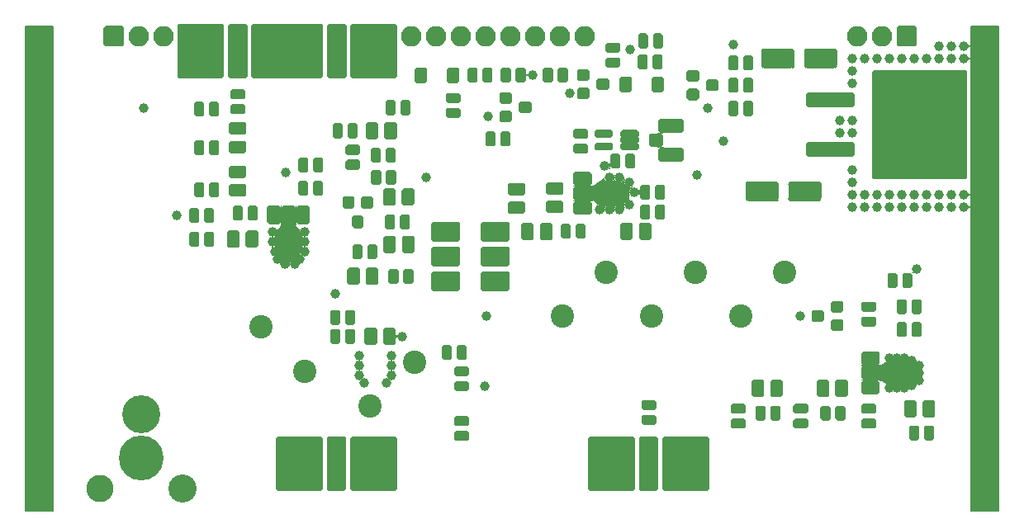
<source format=gbr>
G04 #@! TF.GenerationSoftware,KiCad,Pcbnew,5.1.10-88a1d61d58~90~ubuntu20.04.1*
G04 #@! TF.CreationDate,2021-09-05T16:54:04+01:00*
G04 #@! TF.ProjectId,hl2_6xvtr,686c325f-3678-4767-9472-2e6b69636164,1*
G04 #@! TF.SameCoordinates,PX3dfd240PY3473bc0*
G04 #@! TF.FileFunction,Soldermask,Top*
G04 #@! TF.FilePolarity,Negative*
%FSLAX46Y46*%
G04 Gerber Fmt 4.6, Leading zero omitted, Abs format (unit mm)*
G04 Created by KiCad (PCBNEW 5.1.10-88a1d61d58~90~ubuntu20.04.1) date 2021-09-05 16:54:04*
%MOMM*%
%LPD*%
G01*
G04 APERTURE LIST*
%ADD10C,0.100000*%
%ADD11C,2.400000*%
%ADD12O,2.100000X2.100000*%
%ADD13C,4.600000*%
%ADD14C,3.900000*%
%ADD15C,2.880000*%
%ADD16C,2.800000*%
%ADD17C,1.000000*%
%ADD18C,0.200000*%
G04 APERTURE END LIST*
D10*
G36*
X60740000Y-15777016D02*
G01*
X61990000Y-16659368D01*
X61990000Y-17866632D01*
X60740000Y-18748984D01*
X60740000Y-15777016D01*
G37*
G36*
G01*
X56468000Y-15063000D02*
X57968000Y-15063000D01*
G75*
G02*
X58168000Y-15263000I0J-200000D01*
G01*
X58168000Y-16263000D01*
G75*
G02*
X57968000Y-16463000I-200000J0D01*
G01*
X56468000Y-16463000D01*
G75*
G02*
X56268000Y-16263000I0J200000D01*
G01*
X56268000Y-15263000D01*
G75*
G02*
X56468000Y-15063000I200000J0D01*
G01*
G37*
G36*
G01*
X56464500Y-16563000D02*
X58264500Y-16563000D01*
G75*
G02*
X58464500Y-16763000I0J-200000D01*
G01*
X58464500Y-17763000D01*
G75*
G02*
X58264500Y-17963000I-200000J0D01*
G01*
X56464500Y-17963000D01*
G75*
G02*
X56264500Y-17763000I0J200000D01*
G01*
X56264500Y-16763000D01*
G75*
G02*
X56464500Y-16563000I200000J0D01*
G01*
G37*
G36*
G01*
X56468000Y-18063000D02*
X57968000Y-18063000D01*
G75*
G02*
X58168000Y-18263000I0J-200000D01*
G01*
X58168000Y-19263000D01*
G75*
G02*
X57968000Y-19463000I-200000J0D01*
G01*
X56468000Y-19463000D01*
G75*
G02*
X56268000Y-19263000I0J200000D01*
G01*
X56268000Y-18263000D01*
G75*
G02*
X56468000Y-18063000I200000J0D01*
G01*
G37*
G36*
G01*
X59111500Y-15963000D02*
X60951500Y-15963000D01*
G75*
G02*
X61151500Y-16163000I0J-200000D01*
G01*
X61151500Y-18363000D01*
G75*
G02*
X60951500Y-18563000I-200000J0D01*
G01*
X59111500Y-18563000D01*
G75*
G02*
X58911500Y-18363000I0J200000D01*
G01*
X58911500Y-16163000D01*
G75*
G02*
X59111500Y-15963000I200000J0D01*
G01*
G37*
G36*
X59321800Y-18747131D02*
G01*
X57921800Y-17767131D01*
X57921800Y-16758869D01*
X59321800Y-15778869D01*
X59321800Y-18747131D01*
G37*
G36*
X90267500Y-34192016D02*
G01*
X91517500Y-35074368D01*
X91517500Y-36281632D01*
X90267500Y-37163984D01*
X90267500Y-34192016D01*
G37*
G36*
G01*
X85995500Y-33478000D02*
X87495500Y-33478000D01*
G75*
G02*
X87695500Y-33678000I0J-200000D01*
G01*
X87695500Y-34678000D01*
G75*
G02*
X87495500Y-34878000I-200000J0D01*
G01*
X85995500Y-34878000D01*
G75*
G02*
X85795500Y-34678000I0J200000D01*
G01*
X85795500Y-33678000D01*
G75*
G02*
X85995500Y-33478000I200000J0D01*
G01*
G37*
G36*
G01*
X85992000Y-34978000D02*
X87792000Y-34978000D01*
G75*
G02*
X87992000Y-35178000I0J-200000D01*
G01*
X87992000Y-36178000D01*
G75*
G02*
X87792000Y-36378000I-200000J0D01*
G01*
X85992000Y-36378000D01*
G75*
G02*
X85792000Y-36178000I0J200000D01*
G01*
X85792000Y-35178000D01*
G75*
G02*
X85992000Y-34978000I200000J0D01*
G01*
G37*
G36*
G01*
X85995500Y-36478000D02*
X87495500Y-36478000D01*
G75*
G02*
X87695500Y-36678000I0J-200000D01*
G01*
X87695500Y-37678000D01*
G75*
G02*
X87495500Y-37878000I-200000J0D01*
G01*
X85995500Y-37878000D01*
G75*
G02*
X85795500Y-37678000I0J200000D01*
G01*
X85795500Y-36678000D01*
G75*
G02*
X85995500Y-36478000I200000J0D01*
G01*
G37*
G36*
G01*
X88639000Y-34378000D02*
X90479000Y-34378000D01*
G75*
G02*
X90679000Y-34578000I0J-200000D01*
G01*
X90679000Y-36778000D01*
G75*
G02*
X90479000Y-36978000I-200000J0D01*
G01*
X88639000Y-36978000D01*
G75*
G02*
X88439000Y-36778000I0J200000D01*
G01*
X88439000Y-34578000D01*
G75*
G02*
X88639000Y-34378000I200000J0D01*
G01*
G37*
G36*
X88849300Y-37162131D02*
G01*
X87449300Y-36182131D01*
X87449300Y-35173869D01*
X88849300Y-34193869D01*
X88849300Y-37162131D01*
G37*
G36*
X28560984Y-22988000D02*
G01*
X27678632Y-24238000D01*
X26471368Y-24238000D01*
X25589016Y-22988000D01*
X28560984Y-22988000D01*
G37*
G36*
G01*
X29275000Y-18716000D02*
X29275000Y-20216000D01*
G75*
G02*
X29075000Y-20416000I-200000J0D01*
G01*
X28075000Y-20416000D01*
G75*
G02*
X27875000Y-20216000I0J200000D01*
G01*
X27875000Y-18716000D01*
G75*
G02*
X28075000Y-18516000I200000J0D01*
G01*
X29075000Y-18516000D01*
G75*
G02*
X29275000Y-18716000I0J-200000D01*
G01*
G37*
G36*
G01*
X27775000Y-18712500D02*
X27775000Y-20512500D01*
G75*
G02*
X27575000Y-20712500I-200000J0D01*
G01*
X26575000Y-20712500D01*
G75*
G02*
X26375000Y-20512500I0J200000D01*
G01*
X26375000Y-18712500D01*
G75*
G02*
X26575000Y-18512500I200000J0D01*
G01*
X27575000Y-18512500D01*
G75*
G02*
X27775000Y-18712500I0J-200000D01*
G01*
G37*
G36*
G01*
X26275000Y-18716000D02*
X26275000Y-20216000D01*
G75*
G02*
X26075000Y-20416000I-200000J0D01*
G01*
X25075000Y-20416000D01*
G75*
G02*
X24875000Y-20216000I0J200000D01*
G01*
X24875000Y-18716000D01*
G75*
G02*
X25075000Y-18516000I200000J0D01*
G01*
X26075000Y-18516000D01*
G75*
G02*
X26275000Y-18716000I0J-200000D01*
G01*
G37*
G36*
G01*
X28375000Y-21359500D02*
X28375000Y-23199500D01*
G75*
G02*
X28175000Y-23399500I-200000J0D01*
G01*
X25975000Y-23399500D01*
G75*
G02*
X25775000Y-23199500I0J200000D01*
G01*
X25775000Y-21359500D01*
G75*
G02*
X25975000Y-21159500I200000J0D01*
G01*
X28175000Y-21159500D01*
G75*
G02*
X28375000Y-21359500I0J-200000D01*
G01*
G37*
G36*
X25590869Y-21569800D02*
G01*
X26570869Y-20169800D01*
X27579131Y-20169800D01*
X28559131Y-21569800D01*
X25590869Y-21569800D01*
G37*
G36*
G01*
X60350000Y-12252000D02*
X60350000Y-12652000D01*
G75*
G02*
X60150000Y-12852000I-200000J0D01*
G01*
X58650000Y-12852000D01*
G75*
G02*
X58450000Y-12652000I0J200000D01*
G01*
X58450000Y-12252000D01*
G75*
G02*
X58650000Y-12052000I200000J0D01*
G01*
X60150000Y-12052000D01*
G75*
G02*
X60350000Y-12252000I0J-200000D01*
G01*
G37*
G36*
G01*
X60350000Y-10952000D02*
X60350000Y-11352000D01*
G75*
G02*
X60150000Y-11552000I-200000J0D01*
G01*
X58650000Y-11552000D01*
G75*
G02*
X58450000Y-11352000I0J200000D01*
G01*
X58450000Y-10952000D01*
G75*
G02*
X58650000Y-10752000I200000J0D01*
G01*
X60150000Y-10752000D01*
G75*
G02*
X60350000Y-10952000I0J-200000D01*
G01*
G37*
G36*
G01*
X63010000Y-10952000D02*
X63010000Y-11352000D01*
G75*
G02*
X62810000Y-11552000I-200000J0D01*
G01*
X61310000Y-11552000D01*
G75*
G02*
X61110000Y-11352000I0J200000D01*
G01*
X61110000Y-10952000D01*
G75*
G02*
X61310000Y-10752000I200000J0D01*
G01*
X62810000Y-10752000D01*
G75*
G02*
X63010000Y-10952000I0J-200000D01*
G01*
G37*
G36*
G01*
X63010000Y-11602000D02*
X63010000Y-12002000D01*
G75*
G02*
X62810000Y-12202000I-200000J0D01*
G01*
X61310000Y-12202000D01*
G75*
G02*
X61110000Y-12002000I0J200000D01*
G01*
X61110000Y-11602000D01*
G75*
G02*
X61310000Y-11402000I200000J0D01*
G01*
X62810000Y-11402000D01*
G75*
G02*
X63010000Y-11602000I0J-200000D01*
G01*
G37*
G36*
G01*
X63010000Y-12252000D02*
X63010000Y-12652000D01*
G75*
G02*
X62810000Y-12852000I-200000J0D01*
G01*
X61310000Y-12852000D01*
G75*
G02*
X61110000Y-12652000I0J200000D01*
G01*
X61110000Y-12252000D01*
G75*
G02*
X61310000Y-12052000I200000J0D01*
G01*
X62810000Y-12052000D01*
G75*
G02*
X63010000Y-12252000I0J-200000D01*
G01*
G37*
G36*
G01*
X51141501Y-17463000D02*
X49744499Y-17463000D01*
G75*
G02*
X49544500Y-17263001I0J199999D01*
G01*
X49544500Y-16373999D01*
G75*
G02*
X49744499Y-16174000I199999J0D01*
G01*
X51141501Y-16174000D01*
G75*
G02*
X51341500Y-16373999I0J-199999D01*
G01*
X51341500Y-17263001D01*
G75*
G02*
X51141501Y-17463000I-199999J0D01*
G01*
G37*
G36*
G01*
X51141501Y-19368000D02*
X49744499Y-19368000D01*
G75*
G02*
X49544500Y-19168001I0J199999D01*
G01*
X49544500Y-18278999D01*
G75*
G02*
X49744499Y-18079000I199999J0D01*
G01*
X51141501Y-18079000D01*
G75*
G02*
X51341500Y-18278999I0J-199999D01*
G01*
X51341500Y-19168001D01*
G75*
G02*
X51141501Y-19368000I-199999J0D01*
G01*
G37*
G36*
G01*
X52846500Y-21898501D02*
X52846500Y-20501499D01*
G75*
G02*
X53046499Y-20301500I199999J0D01*
G01*
X53935501Y-20301500D01*
G75*
G02*
X54135500Y-20501499I0J-199999D01*
G01*
X54135500Y-21898501D01*
G75*
G02*
X53935501Y-22098500I-199999J0D01*
G01*
X53046499Y-22098500D01*
G75*
G02*
X52846500Y-21898501I0J199999D01*
G01*
G37*
G36*
G01*
X50941500Y-21898501D02*
X50941500Y-20501499D01*
G75*
G02*
X51141499Y-20301500I199999J0D01*
G01*
X52030501Y-20301500D01*
G75*
G02*
X52230500Y-20501499I0J-199999D01*
G01*
X52230500Y-21898501D01*
G75*
G02*
X52030501Y-22098500I-199999J0D01*
G01*
X51141499Y-22098500D01*
G75*
G02*
X50941500Y-21898501I0J199999D01*
G01*
G37*
G36*
G01*
X55078501Y-17399500D02*
X53681499Y-17399500D01*
G75*
G02*
X53481500Y-17199501I0J199999D01*
G01*
X53481500Y-16310499D01*
G75*
G02*
X53681499Y-16110500I199999J0D01*
G01*
X55078501Y-16110500D01*
G75*
G02*
X55278500Y-16310499I0J-199999D01*
G01*
X55278500Y-17199501D01*
G75*
G02*
X55078501Y-17399500I-199999J0D01*
G01*
G37*
G36*
G01*
X55078501Y-19304500D02*
X53681499Y-19304500D01*
G75*
G02*
X53481500Y-19104501I0J199999D01*
G01*
X53481500Y-18215499D01*
G75*
G02*
X53681499Y-18015500I199999J0D01*
G01*
X55078501Y-18015500D01*
G75*
G02*
X55278500Y-18215499I0J-199999D01*
G01*
X55278500Y-19104501D01*
G75*
G02*
X55078501Y-19304500I-199999J0D01*
G01*
G37*
G36*
G01*
X90006700Y-26775300D02*
X90006700Y-25632300D01*
G75*
G02*
X90206700Y-25432300I200000J0D01*
G01*
X90841700Y-25432300D01*
G75*
G02*
X91041700Y-25632300I0J-200000D01*
G01*
X91041700Y-26775300D01*
G75*
G02*
X90841700Y-26975300I-200000J0D01*
G01*
X90206700Y-26975300D01*
G75*
G02*
X90006700Y-26775300I0J200000D01*
G01*
G37*
G36*
G01*
X88482700Y-26775300D02*
X88482700Y-25632300D01*
G75*
G02*
X88682700Y-25432300I200000J0D01*
G01*
X89317700Y-25432300D01*
G75*
G02*
X89517700Y-25632300I0J-200000D01*
G01*
X89517700Y-26775300D01*
G75*
G02*
X89317700Y-26975300I-200000J0D01*
G01*
X88682700Y-26975300D01*
G75*
G02*
X88482700Y-26775300I0J200000D01*
G01*
G37*
G36*
G01*
X61120500Y-13389500D02*
X61120500Y-14532500D01*
G75*
G02*
X60920500Y-14732500I-200000J0D01*
G01*
X60285500Y-14732500D01*
G75*
G02*
X60085500Y-14532500I0J200000D01*
G01*
X60085500Y-13389500D01*
G75*
G02*
X60285500Y-13189500I200000J0D01*
G01*
X60920500Y-13189500D01*
G75*
G02*
X61120500Y-13389500I0J-200000D01*
G01*
G37*
G36*
G01*
X62644500Y-13389500D02*
X62644500Y-14532500D01*
G75*
G02*
X62444500Y-14732500I-200000J0D01*
G01*
X61809500Y-14732500D01*
G75*
G02*
X61609500Y-14532500I0J200000D01*
G01*
X61609500Y-13389500D01*
G75*
G02*
X61809500Y-13189500I200000J0D01*
G01*
X62444500Y-13189500D01*
G75*
G02*
X62644500Y-13389500I0J-200000D01*
G01*
G37*
G36*
G01*
X77314400Y-16372300D02*
X77314400Y-17747300D01*
G75*
G02*
X77001900Y-18059800I-312500J0D01*
G01*
X74226900Y-18059800D01*
G75*
G02*
X73914400Y-17747300I0J312500D01*
G01*
X73914400Y-16372300D01*
G75*
G02*
X74226900Y-16059800I312500J0D01*
G01*
X77001900Y-16059800D01*
G75*
G02*
X77314400Y-16372300I0J-312500D01*
G01*
G37*
G36*
G01*
X81714400Y-16372300D02*
X81714400Y-17747300D01*
G75*
G02*
X81401900Y-18059800I-312500J0D01*
G01*
X78626900Y-18059800D01*
G75*
G02*
X78314400Y-17747300I0J312500D01*
G01*
X78314400Y-16372300D01*
G75*
G02*
X78626900Y-16059800I312500J0D01*
G01*
X81401900Y-16059800D01*
G75*
G02*
X81714400Y-16372300I0J-312500D01*
G01*
G37*
G36*
G01*
X78924400Y-2732500D02*
X78924400Y-4107500D01*
G75*
G02*
X78611900Y-4420000I-312500J0D01*
G01*
X75836900Y-4420000D01*
G75*
G02*
X75524400Y-4107500I0J312500D01*
G01*
X75524400Y-2732500D01*
G75*
G02*
X75836900Y-2420000I312500J0D01*
G01*
X78611900Y-2420000D01*
G75*
G02*
X78924400Y-2732500I0J-312500D01*
G01*
G37*
G36*
G01*
X83324400Y-2732500D02*
X83324400Y-4107500D01*
G75*
G02*
X83011900Y-4420000I-312500J0D01*
G01*
X80236900Y-4420000D01*
G75*
G02*
X79924400Y-4107500I0J312500D01*
G01*
X79924400Y-2732500D01*
G75*
G02*
X80236900Y-2420000I312500J0D01*
G01*
X83011900Y-2420000D01*
G75*
G02*
X83324400Y-2732500I0J-312500D01*
G01*
G37*
G36*
G01*
X41734000Y-22025500D02*
X41734000Y-20374500D01*
G75*
G02*
X41934000Y-20174500I200000J0D01*
G01*
X44474000Y-20174500D01*
G75*
G02*
X44674000Y-20374500I0J-200000D01*
G01*
X44674000Y-22025500D01*
G75*
G02*
X44474000Y-22225500I-200000J0D01*
G01*
X41934000Y-22225500D01*
G75*
G02*
X41734000Y-22025500I0J200000D01*
G01*
G37*
G36*
G01*
X41734000Y-24565500D02*
X41734000Y-22914500D01*
G75*
G02*
X41934000Y-22714500I200000J0D01*
G01*
X44474000Y-22714500D01*
G75*
G02*
X44674000Y-22914500I0J-200000D01*
G01*
X44674000Y-24565500D01*
G75*
G02*
X44474000Y-24765500I-200000J0D01*
G01*
X41934000Y-24765500D01*
G75*
G02*
X41734000Y-24565500I0J200000D01*
G01*
G37*
G36*
G01*
X41734000Y-27105500D02*
X41734000Y-25454500D01*
G75*
G02*
X41934000Y-25254500I200000J0D01*
G01*
X44474000Y-25254500D01*
G75*
G02*
X44674000Y-25454500I0J-200000D01*
G01*
X44674000Y-27105500D01*
G75*
G02*
X44474000Y-27305500I-200000J0D01*
G01*
X41934000Y-27305500D01*
G75*
G02*
X41734000Y-27105500I0J200000D01*
G01*
G37*
G36*
G01*
X46814000Y-22025500D02*
X46814000Y-20374500D01*
G75*
G02*
X47014000Y-20174500I200000J0D01*
G01*
X49554000Y-20174500D01*
G75*
G02*
X49754000Y-20374500I0J-200000D01*
G01*
X49754000Y-22025500D01*
G75*
G02*
X49554000Y-22225500I-200000J0D01*
G01*
X47014000Y-22225500D01*
G75*
G02*
X46814000Y-22025500I0J200000D01*
G01*
G37*
G36*
G01*
X46814000Y-24565500D02*
X46814000Y-22914500D01*
G75*
G02*
X47014000Y-22714500I200000J0D01*
G01*
X49554000Y-22714500D01*
G75*
G02*
X49754000Y-22914500I0J-200000D01*
G01*
X49754000Y-24565500D01*
G75*
G02*
X49554000Y-24765500I-200000J0D01*
G01*
X47014000Y-24765500D01*
G75*
G02*
X46814000Y-24565500I0J200000D01*
G01*
G37*
G36*
G01*
X46814000Y-27105500D02*
X46814000Y-25454500D01*
G75*
G02*
X47014000Y-25254500I200000J0D01*
G01*
X49554000Y-25254500D01*
G75*
G02*
X49754000Y-25454500I0J-200000D01*
G01*
X49754000Y-27105500D01*
G75*
G02*
X49554000Y-27305500I-200000J0D01*
G01*
X47014000Y-27305500D01*
G75*
G02*
X46814000Y-27105500I0J200000D01*
G01*
G37*
G36*
G01*
X32393100Y-29416900D02*
X32393100Y-30559900D01*
G75*
G02*
X32193100Y-30759900I-200000J0D01*
G01*
X31558100Y-30759900D01*
G75*
G02*
X31358100Y-30559900I0J200000D01*
G01*
X31358100Y-29416900D01*
G75*
G02*
X31558100Y-29216900I200000J0D01*
G01*
X32193100Y-29216900D01*
G75*
G02*
X32393100Y-29416900I0J-200000D01*
G01*
G37*
G36*
G01*
X33917100Y-29416900D02*
X33917100Y-30559900D01*
G75*
G02*
X33717100Y-30759900I-200000J0D01*
G01*
X33082100Y-30759900D01*
G75*
G02*
X32882100Y-30559900I0J200000D01*
G01*
X32882100Y-29416900D01*
G75*
G02*
X33082100Y-29216900I200000J0D01*
G01*
X33717100Y-29216900D01*
G75*
G02*
X33917100Y-29416900I0J-200000D01*
G01*
G37*
G36*
G01*
X90457500Y-28312000D02*
X90457500Y-29455000D01*
G75*
G02*
X90257500Y-29655000I-200000J0D01*
G01*
X89622500Y-29655000D01*
G75*
G02*
X89422500Y-29455000I0J200000D01*
G01*
X89422500Y-28312000D01*
G75*
G02*
X89622500Y-28112000I200000J0D01*
G01*
X90257500Y-28112000D01*
G75*
G02*
X90457500Y-28312000I0J-200000D01*
G01*
G37*
G36*
G01*
X91981500Y-28312000D02*
X91981500Y-29455000D01*
G75*
G02*
X91781500Y-29655000I-200000J0D01*
G01*
X91146500Y-29655000D01*
G75*
G02*
X90946500Y-29455000I0J200000D01*
G01*
X90946500Y-28312000D01*
G75*
G02*
X91146500Y-28112000I200000J0D01*
G01*
X91781500Y-28112000D01*
G75*
G02*
X91981500Y-28312000I0J-200000D01*
G01*
G37*
G36*
G01*
X44258100Y-36532100D02*
X45401100Y-36532100D01*
G75*
G02*
X45601100Y-36732100I0J-200000D01*
G01*
X45601100Y-37367100D01*
G75*
G02*
X45401100Y-37567100I-200000J0D01*
G01*
X44258100Y-37567100D01*
G75*
G02*
X44058100Y-37367100I0J200000D01*
G01*
X44058100Y-36732100D01*
G75*
G02*
X44258100Y-36532100I200000J0D01*
G01*
G37*
G36*
G01*
X44258100Y-35008100D02*
X45401100Y-35008100D01*
G75*
G02*
X45601100Y-35208100I0J-200000D01*
G01*
X45601100Y-35843100D01*
G75*
G02*
X45401100Y-36043100I-200000J0D01*
G01*
X44258100Y-36043100D01*
G75*
G02*
X44058100Y-35843100I0J200000D01*
G01*
X44058100Y-35208100D01*
G75*
G02*
X44258100Y-35008100I200000J0D01*
G01*
G37*
G36*
G01*
X73699900Y-4448700D02*
X73699900Y-3305700D01*
G75*
G02*
X73899900Y-3105700I200000J0D01*
G01*
X74534900Y-3105700D01*
G75*
G02*
X74734900Y-3305700I0J-200000D01*
G01*
X74734900Y-4448700D01*
G75*
G02*
X74534900Y-4648700I-200000J0D01*
G01*
X73899900Y-4648700D01*
G75*
G02*
X73699900Y-4448700I0J200000D01*
G01*
G37*
G36*
G01*
X72175900Y-4448700D02*
X72175900Y-3305700D01*
G75*
G02*
X72375900Y-3105700I200000J0D01*
G01*
X73010900Y-3105700D01*
G75*
G02*
X73210900Y-3305700I0J-200000D01*
G01*
X73210900Y-4448700D01*
G75*
G02*
X73010900Y-4648700I-200000J0D01*
G01*
X72375900Y-4648700D01*
G75*
G02*
X72175900Y-4448700I0J200000D01*
G01*
G37*
G36*
G01*
X64428900Y-2188100D02*
X64428900Y-1045100D01*
G75*
G02*
X64628900Y-845100I200000J0D01*
G01*
X65263900Y-845100D01*
G75*
G02*
X65463900Y-1045100I0J-200000D01*
G01*
X65463900Y-2188100D01*
G75*
G02*
X65263900Y-2388100I-200000J0D01*
G01*
X64628900Y-2388100D01*
G75*
G02*
X64428900Y-2188100I0J200000D01*
G01*
G37*
G36*
G01*
X62904900Y-2188100D02*
X62904900Y-1045100D01*
G75*
G02*
X63104900Y-845100I200000J0D01*
G01*
X63739900Y-845100D01*
G75*
G02*
X63939900Y-1045100I0J-200000D01*
G01*
X63939900Y-2188100D01*
G75*
G02*
X63739900Y-2388100I-200000J0D01*
G01*
X63104900Y-2388100D01*
G75*
G02*
X62904900Y-2188100I0J200000D01*
G01*
G37*
G36*
G01*
X34653700Y-22685900D02*
X34653700Y-23828900D01*
G75*
G02*
X34453700Y-24028900I-200000J0D01*
G01*
X33818700Y-24028900D01*
G75*
G02*
X33618700Y-23828900I0J200000D01*
G01*
X33618700Y-22685900D01*
G75*
G02*
X33818700Y-22485900I200000J0D01*
G01*
X34453700Y-22485900D01*
G75*
G02*
X34653700Y-22685900I0J-200000D01*
G01*
G37*
G36*
G01*
X36177700Y-22685900D02*
X36177700Y-23828900D01*
G75*
G02*
X35977700Y-24028900I-200000J0D01*
G01*
X35342700Y-24028900D01*
G75*
G02*
X35142700Y-23828900I0J200000D01*
G01*
X35142700Y-22685900D01*
G75*
G02*
X35342700Y-22485900I200000J0D01*
G01*
X35977700Y-22485900D01*
G75*
G02*
X36177700Y-22685900I0J-200000D01*
G01*
G37*
G36*
G01*
X59777500Y-3308900D02*
X60920500Y-3308900D01*
G75*
G02*
X61120500Y-3508900I0J-200000D01*
G01*
X61120500Y-4143900D01*
G75*
G02*
X60920500Y-4343900I-200000J0D01*
G01*
X59777500Y-4343900D01*
G75*
G02*
X59577500Y-4143900I0J200000D01*
G01*
X59577500Y-3508900D01*
G75*
G02*
X59777500Y-3308900I200000J0D01*
G01*
G37*
G36*
G01*
X59777500Y-1784900D02*
X60920500Y-1784900D01*
G75*
G02*
X61120500Y-1984900I0J-200000D01*
G01*
X61120500Y-2619900D01*
G75*
G02*
X60920500Y-2819900I-200000J0D01*
G01*
X59777500Y-2819900D01*
G75*
G02*
X59577500Y-2619900I0J200000D01*
G01*
X59577500Y-1984900D01*
G75*
G02*
X59777500Y-1784900I200000J0D01*
G01*
G37*
G36*
G01*
X36584100Y-15065900D02*
X36584100Y-16208900D01*
G75*
G02*
X36384100Y-16408900I-200000J0D01*
G01*
X35749100Y-16408900D01*
G75*
G02*
X35549100Y-16208900I0J200000D01*
G01*
X35549100Y-15065900D01*
G75*
G02*
X35749100Y-14865900I200000J0D01*
G01*
X36384100Y-14865900D01*
G75*
G02*
X36584100Y-15065900I0J-200000D01*
G01*
G37*
G36*
G01*
X38108100Y-15065900D02*
X38108100Y-16208900D01*
G75*
G02*
X37908100Y-16408900I-200000J0D01*
G01*
X37273100Y-16408900D01*
G75*
G02*
X37073100Y-16208900I0J200000D01*
G01*
X37073100Y-15065900D01*
G75*
G02*
X37273100Y-14865900I200000J0D01*
G01*
X37908100Y-14865900D01*
G75*
G02*
X38108100Y-15065900I0J-200000D01*
G01*
G37*
G36*
G01*
X29116500Y-13770500D02*
X29116500Y-14913500D01*
G75*
G02*
X28916500Y-15113500I-200000J0D01*
G01*
X28281500Y-15113500D01*
G75*
G02*
X28081500Y-14913500I0J200000D01*
G01*
X28081500Y-13770500D01*
G75*
G02*
X28281500Y-13570500I200000J0D01*
G01*
X28916500Y-13570500D01*
G75*
G02*
X29116500Y-13770500I0J-200000D01*
G01*
G37*
G36*
G01*
X30640500Y-13770500D02*
X30640500Y-14913500D01*
G75*
G02*
X30440500Y-15113500I-200000J0D01*
G01*
X29805500Y-15113500D01*
G75*
G02*
X29605500Y-14913500I0J200000D01*
G01*
X29605500Y-13770500D01*
G75*
G02*
X29805500Y-13570500I200000J0D01*
G01*
X30440500Y-13570500D01*
G75*
G02*
X30640500Y-13770500I0J-200000D01*
G01*
G37*
G36*
G01*
X54186300Y-4550300D02*
X54186300Y-5693300D01*
G75*
G02*
X53986300Y-5893300I-200000J0D01*
G01*
X53351300Y-5893300D01*
G75*
G02*
X53151300Y-5693300I0J200000D01*
G01*
X53151300Y-4550300D01*
G75*
G02*
X53351300Y-4350300I200000J0D01*
G01*
X53986300Y-4350300D01*
G75*
G02*
X54186300Y-4550300I0J-200000D01*
G01*
G37*
G36*
G01*
X55710300Y-4550300D02*
X55710300Y-5693300D01*
G75*
G02*
X55510300Y-5893300I-200000J0D01*
G01*
X54875300Y-5893300D01*
G75*
G02*
X54675300Y-5693300I0J200000D01*
G01*
X54675300Y-4550300D01*
G75*
G02*
X54875300Y-4350300I200000J0D01*
G01*
X55510300Y-4350300D01*
G75*
G02*
X55710300Y-4550300I0J-200000D01*
G01*
G37*
G36*
G01*
X48318900Y-11103500D02*
X48318900Y-12246500D01*
G75*
G02*
X48118900Y-12446500I-200000J0D01*
G01*
X47483900Y-12446500D01*
G75*
G02*
X47283900Y-12246500I0J200000D01*
G01*
X47283900Y-11103500D01*
G75*
G02*
X47483900Y-10903500I200000J0D01*
G01*
X48118900Y-10903500D01*
G75*
G02*
X48318900Y-11103500I0J-200000D01*
G01*
G37*
G36*
G01*
X49842900Y-11103500D02*
X49842900Y-12246500D01*
G75*
G02*
X49642900Y-12446500I-200000J0D01*
G01*
X49007900Y-12446500D01*
G75*
G02*
X48807900Y-12246500I0J200000D01*
G01*
X48807900Y-11103500D01*
G75*
G02*
X49007900Y-10903500I200000J0D01*
G01*
X49642900Y-10903500D01*
G75*
G02*
X49842900Y-11103500I0J-200000D01*
G01*
G37*
G36*
G01*
X46464700Y-4550300D02*
X46464700Y-5693300D01*
G75*
G02*
X46264700Y-5893300I-200000J0D01*
G01*
X45629700Y-5893300D01*
G75*
G02*
X45429700Y-5693300I0J200000D01*
G01*
X45429700Y-4550300D01*
G75*
G02*
X45629700Y-4350300I200000J0D01*
G01*
X46264700Y-4350300D01*
G75*
G02*
X46464700Y-4550300I0J-200000D01*
G01*
G37*
G36*
G01*
X47988700Y-4550300D02*
X47988700Y-5693300D01*
G75*
G02*
X47788700Y-5893300I-200000J0D01*
G01*
X47153700Y-5893300D01*
G75*
G02*
X46953700Y-5693300I0J200000D01*
G01*
X46953700Y-4550300D01*
G75*
G02*
X47153700Y-4350300I200000J0D01*
G01*
X47788700Y-4350300D01*
G75*
G02*
X47988700Y-4550300I0J-200000D01*
G01*
G37*
G36*
G01*
X49868300Y-4550300D02*
X49868300Y-5693300D01*
G75*
G02*
X49668300Y-5893300I-200000J0D01*
G01*
X49033300Y-5893300D01*
G75*
G02*
X48833300Y-5693300I0J200000D01*
G01*
X48833300Y-4550300D01*
G75*
G02*
X49033300Y-4350300I200000J0D01*
G01*
X49668300Y-4350300D01*
G75*
G02*
X49868300Y-4550300I0J-200000D01*
G01*
G37*
G36*
G01*
X51392300Y-4550300D02*
X51392300Y-5693300D01*
G75*
G02*
X51192300Y-5893300I-200000J0D01*
G01*
X50557300Y-5893300D01*
G75*
G02*
X50357300Y-5693300I0J200000D01*
G01*
X50357300Y-4550300D01*
G75*
G02*
X50557300Y-4350300I200000J0D01*
G01*
X51192300Y-4350300D01*
G75*
G02*
X51392300Y-4550300I0J-200000D01*
G01*
G37*
G36*
G01*
X17940500Y-18977500D02*
X17940500Y-20120500D01*
G75*
G02*
X17740500Y-20320500I-200000J0D01*
G01*
X17105500Y-20320500D01*
G75*
G02*
X16905500Y-20120500I0J200000D01*
G01*
X16905500Y-18977500D01*
G75*
G02*
X17105500Y-18777500I200000J0D01*
G01*
X17740500Y-18777500D01*
G75*
G02*
X17940500Y-18977500I0J-200000D01*
G01*
G37*
G36*
G01*
X19464500Y-18977500D02*
X19464500Y-20120500D01*
G75*
G02*
X19264500Y-20320500I-200000J0D01*
G01*
X18629500Y-20320500D01*
G75*
G02*
X18429500Y-20120500I0J200000D01*
G01*
X18429500Y-18977500D01*
G75*
G02*
X18629500Y-18777500I200000J0D01*
G01*
X19264500Y-18777500D01*
G75*
G02*
X19464500Y-18977500I0J-200000D01*
G01*
G37*
G36*
G01*
X63460500Y-39986500D02*
X64603500Y-39986500D01*
G75*
G02*
X64803500Y-40186500I0J-200000D01*
G01*
X64803500Y-40821500D01*
G75*
G02*
X64603500Y-41021500I-200000J0D01*
G01*
X63460500Y-41021500D01*
G75*
G02*
X63260500Y-40821500I0J200000D01*
G01*
X63260500Y-40186500D01*
G75*
G02*
X63460500Y-39986500I200000J0D01*
G01*
G37*
G36*
G01*
X63460500Y-38462500D02*
X64603500Y-38462500D01*
G75*
G02*
X64803500Y-38662500I0J-200000D01*
G01*
X64803500Y-39297500D01*
G75*
G02*
X64603500Y-39497500I-200000J0D01*
G01*
X63460500Y-39497500D01*
G75*
G02*
X63260500Y-39297500I0J200000D01*
G01*
X63260500Y-38662500D01*
G75*
G02*
X63460500Y-38462500I200000J0D01*
G01*
G37*
G36*
G01*
X73747500Y-39878500D02*
X72604500Y-39878500D01*
G75*
G02*
X72404500Y-39678500I0J200000D01*
G01*
X72404500Y-39043500D01*
G75*
G02*
X72604500Y-38843500I200000J0D01*
G01*
X73747500Y-38843500D01*
G75*
G02*
X73947500Y-39043500I0J-200000D01*
G01*
X73947500Y-39678500D01*
G75*
G02*
X73747500Y-39878500I-200000J0D01*
G01*
G37*
G36*
G01*
X73747500Y-41402500D02*
X72604500Y-41402500D01*
G75*
G02*
X72404500Y-41202500I0J200000D01*
G01*
X72404500Y-40567500D01*
G75*
G02*
X72604500Y-40367500I200000J0D01*
G01*
X73747500Y-40367500D01*
G75*
G02*
X73947500Y-40567500I0J-200000D01*
G01*
X73947500Y-41202500D01*
G75*
G02*
X73747500Y-41402500I-200000J0D01*
G01*
G37*
G36*
G01*
X76468500Y-40377000D02*
X76468500Y-39234000D01*
G75*
G02*
X76668500Y-39034000I200000J0D01*
G01*
X77303500Y-39034000D01*
G75*
G02*
X77503500Y-39234000I0J-200000D01*
G01*
X77503500Y-40377000D01*
G75*
G02*
X77303500Y-40577000I-200000J0D01*
G01*
X76668500Y-40577000D01*
G75*
G02*
X76468500Y-40377000I0J200000D01*
G01*
G37*
G36*
G01*
X74944500Y-40377000D02*
X74944500Y-39234000D01*
G75*
G02*
X75144500Y-39034000I200000J0D01*
G01*
X75779500Y-39034000D01*
G75*
G02*
X75979500Y-39234000I0J-200000D01*
G01*
X75979500Y-40377000D01*
G75*
G02*
X75779500Y-40577000I-200000J0D01*
G01*
X75144500Y-40577000D01*
G75*
G02*
X74944500Y-40377000I0J200000D01*
G01*
G37*
G36*
G01*
X82647000Y-39234000D02*
X82647000Y-40377000D01*
G75*
G02*
X82447000Y-40577000I-200000J0D01*
G01*
X81812000Y-40577000D01*
G75*
G02*
X81612000Y-40377000I0J200000D01*
G01*
X81612000Y-39234000D01*
G75*
G02*
X81812000Y-39034000I200000J0D01*
G01*
X82447000Y-39034000D01*
G75*
G02*
X82647000Y-39234000I0J-200000D01*
G01*
G37*
G36*
G01*
X84171000Y-39234000D02*
X84171000Y-40377000D01*
G75*
G02*
X83971000Y-40577000I-200000J0D01*
G01*
X83336000Y-40577000D01*
G75*
G02*
X83136000Y-40377000I0J200000D01*
G01*
X83136000Y-39234000D01*
G75*
G02*
X83336000Y-39034000I200000J0D01*
G01*
X83971000Y-39034000D01*
G75*
G02*
X84171000Y-39234000I0J-200000D01*
G01*
G37*
G36*
G01*
X87146000Y-39878500D02*
X86003000Y-39878500D01*
G75*
G02*
X85803000Y-39678500I0J200000D01*
G01*
X85803000Y-39043500D01*
G75*
G02*
X86003000Y-38843500I200000J0D01*
G01*
X87146000Y-38843500D01*
G75*
G02*
X87346000Y-39043500I0J-200000D01*
G01*
X87346000Y-39678500D01*
G75*
G02*
X87146000Y-39878500I-200000J0D01*
G01*
G37*
G36*
G01*
X87146000Y-41402500D02*
X86003000Y-41402500D01*
G75*
G02*
X85803000Y-41202500I0J200000D01*
G01*
X85803000Y-40567500D01*
G75*
G02*
X86003000Y-40367500I200000J0D01*
G01*
X87146000Y-40367500D01*
G75*
G02*
X87346000Y-40567500I0J-200000D01*
G01*
X87346000Y-41202500D01*
G75*
G02*
X87146000Y-41402500I-200000J0D01*
G01*
G37*
G36*
G01*
X92216500Y-42409000D02*
X92216500Y-41266000D01*
G75*
G02*
X92416500Y-41066000I200000J0D01*
G01*
X93051500Y-41066000D01*
G75*
G02*
X93251500Y-41266000I0J-200000D01*
G01*
X93251500Y-42409000D01*
G75*
G02*
X93051500Y-42609000I-200000J0D01*
G01*
X92416500Y-42609000D01*
G75*
G02*
X92216500Y-42409000I0J200000D01*
G01*
G37*
G36*
G01*
X90692500Y-42409000D02*
X90692500Y-41266000D01*
G75*
G02*
X90892500Y-41066000I200000J0D01*
G01*
X91527500Y-41066000D01*
G75*
G02*
X91727500Y-41266000I0J-200000D01*
G01*
X91727500Y-42409000D01*
G75*
G02*
X91527500Y-42609000I-200000J0D01*
G01*
X90892500Y-42609000D01*
G75*
G02*
X90692500Y-42409000I0J200000D01*
G01*
G37*
G36*
G01*
X32393100Y-31372700D02*
X32393100Y-32515700D01*
G75*
G02*
X32193100Y-32715700I-200000J0D01*
G01*
X31558100Y-32715700D01*
G75*
G02*
X31358100Y-32515700I0J200000D01*
G01*
X31358100Y-31372700D01*
G75*
G02*
X31558100Y-31172700I200000J0D01*
G01*
X32193100Y-31172700D01*
G75*
G02*
X32393100Y-31372700I0J-200000D01*
G01*
G37*
G36*
G01*
X33917100Y-31372700D02*
X33917100Y-32515700D01*
G75*
G02*
X33717100Y-32715700I-200000J0D01*
G01*
X33082100Y-32715700D01*
G75*
G02*
X32882100Y-32515700I0J200000D01*
G01*
X32882100Y-31372700D01*
G75*
G02*
X33082100Y-31172700I200000J0D01*
G01*
X33717100Y-31172700D01*
G75*
G02*
X33917100Y-31372700I0J-200000D01*
G01*
G37*
G36*
G01*
X87146000Y-29401000D02*
X86003000Y-29401000D01*
G75*
G02*
X85803000Y-29201000I0J200000D01*
G01*
X85803000Y-28566000D01*
G75*
G02*
X86003000Y-28366000I200000J0D01*
G01*
X87146000Y-28366000D01*
G75*
G02*
X87346000Y-28566000I0J-200000D01*
G01*
X87346000Y-29201000D01*
G75*
G02*
X87146000Y-29401000I-200000J0D01*
G01*
G37*
G36*
G01*
X87146000Y-30925000D02*
X86003000Y-30925000D01*
G75*
G02*
X85803000Y-30725000I0J200000D01*
G01*
X85803000Y-30090000D01*
G75*
G02*
X86003000Y-29890000I200000J0D01*
G01*
X87146000Y-29890000D01*
G75*
G02*
X87346000Y-30090000I0J-200000D01*
G01*
X87346000Y-30725000D01*
G75*
G02*
X87146000Y-30925000I-200000J0D01*
G01*
G37*
G36*
G01*
X44337500Y-34166700D02*
X44337500Y-33023700D01*
G75*
G02*
X44537500Y-32823700I200000J0D01*
G01*
X45172500Y-32823700D01*
G75*
G02*
X45372500Y-33023700I0J-200000D01*
G01*
X45372500Y-34166700D01*
G75*
G02*
X45172500Y-34366700I-200000J0D01*
G01*
X44537500Y-34366700D01*
G75*
G02*
X44337500Y-34166700I0J200000D01*
G01*
G37*
G36*
G01*
X42813500Y-34166700D02*
X42813500Y-33023700D01*
G75*
G02*
X43013500Y-32823700I200000J0D01*
G01*
X43648500Y-32823700D01*
G75*
G02*
X43848500Y-33023700I0J-200000D01*
G01*
X43848500Y-34166700D01*
G75*
G02*
X43648500Y-34366700I-200000J0D01*
G01*
X43013500Y-34366700D01*
G75*
G02*
X42813500Y-34166700I0J200000D01*
G01*
G37*
G36*
G01*
X90946500Y-31804500D02*
X90946500Y-30661500D01*
G75*
G02*
X91146500Y-30461500I200000J0D01*
G01*
X91781500Y-30461500D01*
G75*
G02*
X91981500Y-30661500I0J-200000D01*
G01*
X91981500Y-31804500D01*
G75*
G02*
X91781500Y-32004500I-200000J0D01*
G01*
X91146500Y-32004500D01*
G75*
G02*
X90946500Y-31804500I0J200000D01*
G01*
G37*
G36*
G01*
X89422500Y-31804500D02*
X89422500Y-30661500D01*
G75*
G02*
X89622500Y-30461500I200000J0D01*
G01*
X90257500Y-30461500D01*
G75*
G02*
X90457500Y-30661500I0J-200000D01*
G01*
X90457500Y-31804500D01*
G75*
G02*
X90257500Y-32004500I-200000J0D01*
G01*
X89622500Y-32004500D01*
G75*
G02*
X89422500Y-31804500I0J200000D01*
G01*
G37*
G36*
G01*
X44258100Y-41637500D02*
X45401100Y-41637500D01*
G75*
G02*
X45601100Y-41837500I0J-200000D01*
G01*
X45601100Y-42472500D01*
G75*
G02*
X45401100Y-42672500I-200000J0D01*
G01*
X44258100Y-42672500D01*
G75*
G02*
X44058100Y-42472500I0J200000D01*
G01*
X44058100Y-41837500D01*
G75*
G02*
X44258100Y-41637500I200000J0D01*
G01*
G37*
G36*
G01*
X44258100Y-40113500D02*
X45401100Y-40113500D01*
G75*
G02*
X45601100Y-40313500I0J-200000D01*
G01*
X45601100Y-40948500D01*
G75*
G02*
X45401100Y-41148500I-200000J0D01*
G01*
X44258100Y-41148500D01*
G75*
G02*
X44058100Y-40948500I0J200000D01*
G01*
X44058100Y-40313500D01*
G75*
G02*
X44258100Y-40113500I200000J0D01*
G01*
G37*
G36*
G01*
X73210900Y-5591700D02*
X73210900Y-6734700D01*
G75*
G02*
X73010900Y-6934700I-200000J0D01*
G01*
X72375900Y-6934700D01*
G75*
G02*
X72175900Y-6734700I0J200000D01*
G01*
X72175900Y-5591700D01*
G75*
G02*
X72375900Y-5391700I200000J0D01*
G01*
X73010900Y-5391700D01*
G75*
G02*
X73210900Y-5591700I0J-200000D01*
G01*
G37*
G36*
G01*
X74734900Y-5591700D02*
X74734900Y-6734700D01*
G75*
G02*
X74534900Y-6934700I-200000J0D01*
G01*
X73899900Y-6934700D01*
G75*
G02*
X73699900Y-6734700I0J200000D01*
G01*
X73699900Y-5591700D01*
G75*
G02*
X73899900Y-5391700I200000J0D01*
G01*
X74534900Y-5391700D01*
G75*
G02*
X74734900Y-5591700I0J-200000D01*
G01*
G37*
G36*
G01*
X64403500Y-4347100D02*
X64403500Y-3204100D01*
G75*
G02*
X64603500Y-3004100I200000J0D01*
G01*
X65238500Y-3004100D01*
G75*
G02*
X65438500Y-3204100I0J-200000D01*
G01*
X65438500Y-4347100D01*
G75*
G02*
X65238500Y-4547100I-200000J0D01*
G01*
X64603500Y-4547100D01*
G75*
G02*
X64403500Y-4347100I0J200000D01*
G01*
G37*
G36*
G01*
X62879500Y-4347100D02*
X62879500Y-3204100D01*
G75*
G02*
X63079500Y-3004100I200000J0D01*
G01*
X63714500Y-3004100D01*
G75*
G02*
X63914500Y-3204100I0J-200000D01*
G01*
X63914500Y-4347100D01*
G75*
G02*
X63714500Y-4547100I-200000J0D01*
G01*
X63079500Y-4547100D01*
G75*
G02*
X62879500Y-4347100I0J200000D01*
G01*
G37*
G36*
G01*
X64657500Y-19739500D02*
X64657500Y-18596500D01*
G75*
G02*
X64857500Y-18396500I200000J0D01*
G01*
X65492500Y-18396500D01*
G75*
G02*
X65692500Y-18596500I0J-200000D01*
G01*
X65692500Y-19739500D01*
G75*
G02*
X65492500Y-19939500I-200000J0D01*
G01*
X64857500Y-19939500D01*
G75*
G02*
X64657500Y-19739500I0J200000D01*
G01*
G37*
G36*
G01*
X63133500Y-19739500D02*
X63133500Y-18596500D01*
G75*
G02*
X63333500Y-18396500I200000J0D01*
G01*
X63968500Y-18396500D01*
G75*
G02*
X64168500Y-18596500I0J-200000D01*
G01*
X64168500Y-19739500D01*
G75*
G02*
X63968500Y-19939500I-200000J0D01*
G01*
X63333500Y-19939500D01*
G75*
G02*
X63133500Y-19739500I0J200000D01*
G01*
G37*
G36*
G01*
X38362100Y-25200500D02*
X38362100Y-26343500D01*
G75*
G02*
X38162100Y-26543500I-200000J0D01*
G01*
X37527100Y-26543500D01*
G75*
G02*
X37327100Y-26343500I0J200000D01*
G01*
X37327100Y-25200500D01*
G75*
G02*
X37527100Y-25000500I200000J0D01*
G01*
X38162100Y-25000500D01*
G75*
G02*
X38362100Y-25200500I0J-200000D01*
G01*
G37*
G36*
G01*
X39886100Y-25200500D02*
X39886100Y-26343500D01*
G75*
G02*
X39686100Y-26543500I-200000J0D01*
G01*
X39051100Y-26543500D01*
G75*
G02*
X38851100Y-26343500I0J200000D01*
G01*
X38851100Y-25200500D01*
G75*
G02*
X39051100Y-25000500I200000J0D01*
G01*
X39686100Y-25000500D01*
G75*
G02*
X39886100Y-25200500I0J-200000D01*
G01*
G37*
G36*
G01*
X73185500Y-7979300D02*
X73185500Y-9122300D01*
G75*
G02*
X72985500Y-9322300I-200000J0D01*
G01*
X72350500Y-9322300D01*
G75*
G02*
X72150500Y-9122300I0J200000D01*
G01*
X72150500Y-7979300D01*
G75*
G02*
X72350500Y-7779300I200000J0D01*
G01*
X72985500Y-7779300D01*
G75*
G02*
X73185500Y-7979300I0J-200000D01*
G01*
G37*
G36*
G01*
X74709500Y-7979300D02*
X74709500Y-9122300D01*
G75*
G02*
X74509500Y-9322300I-200000J0D01*
G01*
X73874500Y-9322300D01*
G75*
G02*
X73674500Y-9122300I0J200000D01*
G01*
X73674500Y-7979300D01*
G75*
G02*
X73874500Y-7779300I200000J0D01*
G01*
X74509500Y-7779300D01*
G75*
G02*
X74709500Y-7979300I0J-200000D01*
G01*
G37*
G36*
G01*
X38006500Y-19612500D02*
X38006500Y-20755500D01*
G75*
G02*
X37806500Y-20955500I-200000J0D01*
G01*
X37171500Y-20955500D01*
G75*
G02*
X36971500Y-20755500I0J200000D01*
G01*
X36971500Y-19612500D01*
G75*
G02*
X37171500Y-19412500I200000J0D01*
G01*
X37806500Y-19412500D01*
G75*
G02*
X38006500Y-19612500I0J-200000D01*
G01*
G37*
G36*
G01*
X39530500Y-19612500D02*
X39530500Y-20755500D01*
G75*
G02*
X39330500Y-20955500I-200000J0D01*
G01*
X38695500Y-20955500D01*
G75*
G02*
X38495500Y-20755500I0J200000D01*
G01*
X38495500Y-19612500D01*
G75*
G02*
X38695500Y-19412500I200000J0D01*
G01*
X39330500Y-19412500D01*
G75*
G02*
X39530500Y-19612500I0J-200000D01*
G01*
G37*
G36*
G01*
X29605500Y-17326500D02*
X29605500Y-16183500D01*
G75*
G02*
X29805500Y-15983500I200000J0D01*
G01*
X30440500Y-15983500D01*
G75*
G02*
X30640500Y-16183500I0J-200000D01*
G01*
X30640500Y-17326500D01*
G75*
G02*
X30440500Y-17526500I-200000J0D01*
G01*
X29805500Y-17526500D01*
G75*
G02*
X29605500Y-17326500I0J200000D01*
G01*
G37*
G36*
G01*
X28081500Y-17326500D02*
X28081500Y-16183500D01*
G75*
G02*
X28281500Y-15983500I200000J0D01*
G01*
X28916500Y-15983500D01*
G75*
G02*
X29116500Y-16183500I0J-200000D01*
G01*
X29116500Y-17326500D01*
G75*
G02*
X28916500Y-17526500I-200000J0D01*
G01*
X28281500Y-17526500D01*
G75*
G02*
X28081500Y-17326500I0J200000D01*
G01*
G37*
G36*
G01*
X44537500Y-8001500D02*
X43394500Y-8001500D01*
G75*
G02*
X43194500Y-7801500I0J200000D01*
G01*
X43194500Y-7166500D01*
G75*
G02*
X43394500Y-6966500I200000J0D01*
G01*
X44537500Y-6966500D01*
G75*
G02*
X44737500Y-7166500I0J-200000D01*
G01*
X44737500Y-7801500D01*
G75*
G02*
X44537500Y-8001500I-200000J0D01*
G01*
G37*
G36*
G01*
X44537500Y-9525500D02*
X43394500Y-9525500D01*
G75*
G02*
X43194500Y-9325500I0J200000D01*
G01*
X43194500Y-8690500D01*
G75*
G02*
X43394500Y-8490500I200000J0D01*
G01*
X44537500Y-8490500D01*
G75*
G02*
X44737500Y-8690500I0J-200000D01*
G01*
X44737500Y-9325500D01*
G75*
G02*
X44537500Y-9525500I-200000J0D01*
G01*
G37*
G36*
G01*
X56040500Y-20577700D02*
X56040500Y-21720700D01*
G75*
G02*
X55840500Y-21920700I-200000J0D01*
G01*
X55205500Y-21920700D01*
G75*
G02*
X55005500Y-21720700I0J200000D01*
G01*
X55005500Y-20577700D01*
G75*
G02*
X55205500Y-20377700I200000J0D01*
G01*
X55840500Y-20377700D01*
G75*
G02*
X56040500Y-20577700I0J-200000D01*
G01*
G37*
G36*
G01*
X57564500Y-20577700D02*
X57564500Y-21720700D01*
G75*
G02*
X57364500Y-21920700I-200000J0D01*
G01*
X56729500Y-21920700D01*
G75*
G02*
X56529500Y-21720700I0J200000D01*
G01*
X56529500Y-20577700D01*
G75*
G02*
X56729500Y-20377700I200000J0D01*
G01*
X57364500Y-20377700D01*
G75*
G02*
X57564500Y-20577700I0J-200000D01*
G01*
G37*
G36*
G01*
X38082700Y-7903100D02*
X38082700Y-9046100D01*
G75*
G02*
X37882700Y-9246100I-200000J0D01*
G01*
X37247700Y-9246100D01*
G75*
G02*
X37047700Y-9046100I0J200000D01*
G01*
X37047700Y-7903100D01*
G75*
G02*
X37247700Y-7703100I200000J0D01*
G01*
X37882700Y-7703100D01*
G75*
G02*
X38082700Y-7903100I0J-200000D01*
G01*
G37*
G36*
G01*
X39606700Y-7903100D02*
X39606700Y-9046100D01*
G75*
G02*
X39406700Y-9246100I-200000J0D01*
G01*
X38771700Y-9246100D01*
G75*
G02*
X38571700Y-9046100I0J200000D01*
G01*
X38571700Y-7903100D01*
G75*
G02*
X38771700Y-7703100I200000J0D01*
G01*
X39406700Y-7703100D01*
G75*
G02*
X39606700Y-7903100I0J-200000D01*
G01*
G37*
G36*
G01*
X18429500Y-22533500D02*
X18429500Y-21390500D01*
G75*
G02*
X18629500Y-21190500I200000J0D01*
G01*
X19264500Y-21190500D01*
G75*
G02*
X19464500Y-21390500I0J-200000D01*
G01*
X19464500Y-22533500D01*
G75*
G02*
X19264500Y-22733500I-200000J0D01*
G01*
X18629500Y-22733500D01*
G75*
G02*
X18429500Y-22533500I0J200000D01*
G01*
G37*
G36*
G01*
X16905500Y-22533500D02*
X16905500Y-21390500D01*
G75*
G02*
X17105500Y-21190500I200000J0D01*
G01*
X17740500Y-21190500D01*
G75*
G02*
X17940500Y-21390500I0J-200000D01*
G01*
X17940500Y-22533500D01*
G75*
G02*
X17740500Y-22733500I-200000J0D01*
G01*
X17105500Y-22733500D01*
G75*
G02*
X16905500Y-22533500I0J200000D01*
G01*
G37*
G36*
G01*
X34250500Y-13310100D02*
X33107500Y-13310100D01*
G75*
G02*
X32907500Y-13110100I0J200000D01*
G01*
X32907500Y-12475100D01*
G75*
G02*
X33107500Y-12275100I200000J0D01*
G01*
X34250500Y-12275100D01*
G75*
G02*
X34450500Y-12475100I0J-200000D01*
G01*
X34450500Y-13110100D01*
G75*
G02*
X34250500Y-13310100I-200000J0D01*
G01*
G37*
G36*
G01*
X34250500Y-14834100D02*
X33107500Y-14834100D01*
G75*
G02*
X32907500Y-14634100I0J200000D01*
G01*
X32907500Y-13999100D01*
G75*
G02*
X33107500Y-13799100I200000J0D01*
G01*
X34250500Y-13799100D01*
G75*
G02*
X34450500Y-13999100I0J-200000D01*
G01*
X34450500Y-14634100D01*
G75*
G02*
X34250500Y-14834100I-200000J0D01*
G01*
G37*
G36*
G01*
X22385500Y-18723500D02*
X22385500Y-19866500D01*
G75*
G02*
X22185500Y-20066500I-200000J0D01*
G01*
X21550500Y-20066500D01*
G75*
G02*
X21350500Y-19866500I0J200000D01*
G01*
X21350500Y-18723500D01*
G75*
G02*
X21550500Y-18523500I200000J0D01*
G01*
X22185500Y-18523500D01*
G75*
G02*
X22385500Y-18723500I0J-200000D01*
G01*
G37*
G36*
G01*
X23909500Y-18723500D02*
X23909500Y-19866500D01*
G75*
G02*
X23709500Y-20066500I-200000J0D01*
G01*
X23074500Y-20066500D01*
G75*
G02*
X22874500Y-19866500I0J200000D01*
G01*
X22874500Y-18723500D01*
G75*
G02*
X23074500Y-18523500I200000J0D01*
G01*
X23709500Y-18523500D01*
G75*
G02*
X23909500Y-18723500I0J-200000D01*
G01*
G37*
G36*
G01*
X64657500Y-17707500D02*
X64657500Y-16564500D01*
G75*
G02*
X64857500Y-16364500I200000J0D01*
G01*
X65492500Y-16364500D01*
G75*
G02*
X65692500Y-16564500I0J-200000D01*
G01*
X65692500Y-17707500D01*
G75*
G02*
X65492500Y-17907500I-200000J0D01*
G01*
X64857500Y-17907500D01*
G75*
G02*
X64657500Y-17707500I0J200000D01*
G01*
G37*
G36*
G01*
X63133500Y-17707500D02*
X63133500Y-16564500D01*
G75*
G02*
X63333500Y-16364500I200000J0D01*
G01*
X63968500Y-16364500D01*
G75*
G02*
X64168500Y-16564500I0J-200000D01*
G01*
X64168500Y-17707500D01*
G75*
G02*
X63968500Y-17907500I-200000J0D01*
G01*
X63333500Y-17907500D01*
G75*
G02*
X63133500Y-17707500I0J200000D01*
G01*
G37*
G36*
G01*
X18448500Y-16310500D02*
X18448500Y-17453500D01*
G75*
G02*
X18248500Y-17653500I-200000J0D01*
G01*
X17613500Y-17653500D01*
G75*
G02*
X17413500Y-17453500I0J200000D01*
G01*
X17413500Y-16310500D01*
G75*
G02*
X17613500Y-16110500I200000J0D01*
G01*
X18248500Y-16110500D01*
G75*
G02*
X18448500Y-16310500I0J-200000D01*
G01*
G37*
G36*
G01*
X19972500Y-16310500D02*
X19972500Y-17453500D01*
G75*
G02*
X19772500Y-17653500I-200000J0D01*
G01*
X19137500Y-17653500D01*
G75*
G02*
X18937500Y-17453500I0J200000D01*
G01*
X18937500Y-16310500D01*
G75*
G02*
X19137500Y-16110500I200000J0D01*
G01*
X19772500Y-16110500D01*
G75*
G02*
X19972500Y-16310500I0J-200000D01*
G01*
G37*
G36*
G01*
X57618500Y-11684500D02*
X56475500Y-11684500D01*
G75*
G02*
X56275500Y-11484500I0J200000D01*
G01*
X56275500Y-10849500D01*
G75*
G02*
X56475500Y-10649500I200000J0D01*
G01*
X57618500Y-10649500D01*
G75*
G02*
X57818500Y-10849500I0J-200000D01*
G01*
X57818500Y-11484500D01*
G75*
G02*
X57618500Y-11684500I-200000J0D01*
G01*
G37*
G36*
G01*
X57618500Y-13208500D02*
X56475500Y-13208500D01*
G75*
G02*
X56275500Y-13008500I0J200000D01*
G01*
X56275500Y-12373500D01*
G75*
G02*
X56475500Y-12173500I200000J0D01*
G01*
X57618500Y-12173500D01*
G75*
G02*
X57818500Y-12373500I0J-200000D01*
G01*
X57818500Y-13008500D01*
G75*
G02*
X57618500Y-13208500I-200000J0D01*
G01*
G37*
G36*
G01*
X18448500Y-11992500D02*
X18448500Y-13135500D01*
G75*
G02*
X18248500Y-13335500I-200000J0D01*
G01*
X17613500Y-13335500D01*
G75*
G02*
X17413500Y-13135500I0J200000D01*
G01*
X17413500Y-11992500D01*
G75*
G02*
X17613500Y-11792500I200000J0D01*
G01*
X18248500Y-11792500D01*
G75*
G02*
X18448500Y-11992500I0J-200000D01*
G01*
G37*
G36*
G01*
X19972500Y-11992500D02*
X19972500Y-13135500D01*
G75*
G02*
X19772500Y-13335500I-200000J0D01*
G01*
X19137500Y-13335500D01*
G75*
G02*
X18937500Y-13135500I0J200000D01*
G01*
X18937500Y-11992500D01*
G75*
G02*
X19137500Y-11792500I200000J0D01*
G01*
X19772500Y-11792500D01*
G75*
G02*
X19972500Y-11992500I0J-200000D01*
G01*
G37*
G36*
G01*
X18448500Y-8055500D02*
X18448500Y-9198500D01*
G75*
G02*
X18248500Y-9398500I-200000J0D01*
G01*
X17613500Y-9398500D01*
G75*
G02*
X17413500Y-9198500I0J200000D01*
G01*
X17413500Y-8055500D01*
G75*
G02*
X17613500Y-7855500I200000J0D01*
G01*
X18248500Y-7855500D01*
G75*
G02*
X18448500Y-8055500I0J-200000D01*
G01*
G37*
G36*
G01*
X19972500Y-8055500D02*
X19972500Y-9198500D01*
G75*
G02*
X19772500Y-9398500I-200000J0D01*
G01*
X19137500Y-9398500D01*
G75*
G02*
X18937500Y-9198500I0J200000D01*
G01*
X18937500Y-8055500D01*
G75*
G02*
X19137500Y-7855500I200000J0D01*
G01*
X19772500Y-7855500D01*
G75*
G02*
X19972500Y-8055500I0J-200000D01*
G01*
G37*
G36*
G01*
X22439500Y-7620500D02*
X21296500Y-7620500D01*
G75*
G02*
X21096500Y-7420500I0J200000D01*
G01*
X21096500Y-6785500D01*
G75*
G02*
X21296500Y-6585500I200000J0D01*
G01*
X22439500Y-6585500D01*
G75*
G02*
X22639500Y-6785500I0J-200000D01*
G01*
X22639500Y-7420500D01*
G75*
G02*
X22439500Y-7620500I-200000J0D01*
G01*
G37*
G36*
G01*
X22439500Y-9144500D02*
X21296500Y-9144500D01*
G75*
G02*
X21096500Y-8944500I0J200000D01*
G01*
X21096500Y-8309500D01*
G75*
G02*
X21296500Y-8109500I200000J0D01*
G01*
X22439500Y-8109500D01*
G75*
G02*
X22639500Y-8309500I0J-200000D01*
G01*
X22639500Y-8944500D01*
G75*
G02*
X22439500Y-9144500I-200000J0D01*
G01*
G37*
G36*
G01*
X34387000Y-25073499D02*
X34387000Y-26470501D01*
G75*
G02*
X34187001Y-26670500I-199999J0D01*
G01*
X33297999Y-26670500D01*
G75*
G02*
X33098000Y-26470501I0J199999D01*
G01*
X33098000Y-25073499D01*
G75*
G02*
X33297999Y-24873500I199999J0D01*
G01*
X34187001Y-24873500D01*
G75*
G02*
X34387000Y-25073499I0J-199999D01*
G01*
G37*
G36*
G01*
X36292000Y-25073499D02*
X36292000Y-26470501D01*
G75*
G02*
X36092001Y-26670500I-199999J0D01*
G01*
X35202999Y-26670500D01*
G75*
G02*
X35003000Y-26470501I0J199999D01*
G01*
X35003000Y-25073499D01*
G75*
G02*
X35202999Y-24873500I199999J0D01*
G01*
X36092001Y-24873500D01*
G75*
G02*
X36292000Y-25073499I0J-199999D01*
G01*
G37*
D11*
X59642000Y-25336000D03*
X55142000Y-29836000D03*
G36*
G01*
X64985000Y-10852000D02*
X64985000Y-9802000D01*
G75*
G02*
X65185000Y-9602000I200000J0D01*
G01*
X67385000Y-9602000D01*
G75*
G02*
X67585000Y-9802000I0J-200000D01*
G01*
X67585000Y-10852000D01*
G75*
G02*
X67385000Y-11052000I-200000J0D01*
G01*
X65185000Y-11052000D01*
G75*
G02*
X64985000Y-10852000I0J200000D01*
G01*
G37*
G36*
G01*
X64035000Y-12302000D02*
X64035000Y-11302000D01*
G75*
G02*
X64235000Y-11102000I200000J0D01*
G01*
X65285000Y-11102000D01*
G75*
G02*
X65485000Y-11302000I0J-200000D01*
G01*
X65485000Y-12302000D01*
G75*
G02*
X65285000Y-12502000I-200000J0D01*
G01*
X64235000Y-12502000D01*
G75*
G02*
X64035000Y-12302000I0J200000D01*
G01*
G37*
G36*
G01*
X64985000Y-13802000D02*
X64985000Y-12752000D01*
G75*
G02*
X65185000Y-12552000I200000J0D01*
G01*
X67385000Y-12552000D01*
G75*
G02*
X67585000Y-12752000I0J-200000D01*
G01*
X67585000Y-13802000D01*
G75*
G02*
X67385000Y-14002000I-200000J0D01*
G01*
X65185000Y-14002000D01*
G75*
G02*
X64985000Y-13802000I0J200000D01*
G01*
G37*
D12*
X85378000Y-1134000D03*
X87918000Y-1134000D03*
G36*
G01*
X89608000Y-84000D02*
X91308000Y-84000D01*
G75*
G02*
X91508000Y-284000I0J-200000D01*
G01*
X91508000Y-1984000D01*
G75*
G02*
X91308000Y-2184000I-200000J0D01*
G01*
X89608000Y-2184000D01*
G75*
G02*
X89408000Y-1984000I0J200000D01*
G01*
X89408000Y-284000D01*
G75*
G02*
X89608000Y-84000I200000J0D01*
G01*
G37*
X57428000Y-1134000D03*
X54888000Y-1134000D03*
X52348000Y-1134000D03*
X49808000Y-1134000D03*
X47268000Y-1134000D03*
X44728000Y-1134000D03*
X42188000Y-1134000D03*
X39648000Y-1134000D03*
X37108000Y-1134000D03*
X34568000Y-1134000D03*
X32028000Y-1134000D03*
X29488000Y-1134000D03*
X26948000Y-1134000D03*
X24408000Y-1134000D03*
X21868000Y-1134000D03*
X19328000Y-1134000D03*
X16788000Y-1134000D03*
X14248000Y-1134000D03*
X11708000Y-1134000D03*
G36*
G01*
X10018000Y-2184000D02*
X8318000Y-2184000D01*
G75*
G02*
X8118000Y-1984000I0J200000D01*
G01*
X8118000Y-284000D01*
G75*
G02*
X8318000Y-84000I200000J0D01*
G01*
X10018000Y-84000D01*
G75*
G02*
X10218000Y-284000I0J-200000D01*
G01*
X10218000Y-1984000D01*
G75*
G02*
X10018000Y-2184000I-200000J0D01*
G01*
G37*
G36*
G01*
X86881500Y-15614501D02*
X86881500Y-4814499D01*
G75*
G02*
X87081499Y-4614500I199999J0D01*
G01*
X96481501Y-4614500D01*
G75*
G02*
X96681500Y-4814499I0J-199999D01*
G01*
X96681500Y-15614501D01*
G75*
G02*
X96481501Y-15814500I-199999J0D01*
G01*
X87081499Y-15814500D01*
G75*
G02*
X86881500Y-15614501I0J199999D01*
G01*
G37*
G36*
G01*
X80131500Y-13304500D02*
X80131500Y-12204500D01*
G75*
G02*
X80331500Y-12004500I200000J0D01*
G01*
X84931500Y-12004500D01*
G75*
G02*
X85131500Y-12204500I0J-200000D01*
G01*
X85131500Y-13304500D01*
G75*
G02*
X84931500Y-13504500I-200000J0D01*
G01*
X80331500Y-13504500D01*
G75*
G02*
X80131500Y-13304500I0J200000D01*
G01*
G37*
G36*
G01*
X80131500Y-8224500D02*
X80131500Y-7124500D01*
G75*
G02*
X80331500Y-6924500I200000J0D01*
G01*
X84931500Y-6924500D01*
G75*
G02*
X85131500Y-7124500I0J-200000D01*
G01*
X85131500Y-8224500D01*
G75*
G02*
X84931500Y-8424500I-200000J0D01*
G01*
X80331500Y-8424500D01*
G75*
G02*
X80131500Y-8224500I0J200000D01*
G01*
G37*
G36*
G01*
X75852500Y-36566999D02*
X75852500Y-37964001D01*
G75*
G02*
X75652501Y-38164000I-199999J0D01*
G01*
X74763499Y-38164000D01*
G75*
G02*
X74563500Y-37964001I0J199999D01*
G01*
X74563500Y-36566999D01*
G75*
G02*
X74763499Y-36367000I199999J0D01*
G01*
X75652501Y-36367000D01*
G75*
G02*
X75852500Y-36566999I0J-199999D01*
G01*
G37*
G36*
G01*
X77757500Y-36566999D02*
X77757500Y-37964001D01*
G75*
G02*
X77557501Y-38164000I-199999J0D01*
G01*
X76668499Y-38164000D01*
G75*
G02*
X76468500Y-37964001I0J199999D01*
G01*
X76468500Y-36566999D01*
G75*
G02*
X76668499Y-36367000I199999J0D01*
G01*
X77557501Y-36367000D01*
G75*
G02*
X77757500Y-36566999I0J-199999D01*
G01*
G37*
D11*
X35465500Y-39098500D03*
X39965500Y-34598500D03*
G36*
G01*
X82520000Y-36566999D02*
X82520000Y-37964001D01*
G75*
G02*
X82320001Y-38164000I-199999J0D01*
G01*
X81430999Y-38164000D01*
G75*
G02*
X81231000Y-37964001I0J199999D01*
G01*
X81231000Y-36566999D01*
G75*
G02*
X81430999Y-36367000I199999J0D01*
G01*
X82320001Y-36367000D01*
G75*
G02*
X82520000Y-36566999I0J-199999D01*
G01*
G37*
G36*
G01*
X84425000Y-36566999D02*
X84425000Y-37964001D01*
G75*
G02*
X84225001Y-38164000I-199999J0D01*
G01*
X83335999Y-38164000D01*
G75*
G02*
X83136000Y-37964001I0J199999D01*
G01*
X83136000Y-36566999D01*
G75*
G02*
X83335999Y-36367000I199999J0D01*
G01*
X84225001Y-36367000D01*
G75*
G02*
X84425000Y-36566999I0J-199999D01*
G01*
G37*
X28717500Y-35479000D03*
X24217500Y-30979000D03*
G36*
G01*
X91473500Y-38662499D02*
X91473500Y-40059501D01*
G75*
G02*
X91273501Y-40259500I-199999J0D01*
G01*
X90384499Y-40259500D01*
G75*
G02*
X90184500Y-40059501I0J199999D01*
G01*
X90184500Y-38662499D01*
G75*
G02*
X90384499Y-38462500I199999J0D01*
G01*
X91273501Y-38462500D01*
G75*
G02*
X91473500Y-38662499I0J-199999D01*
G01*
G37*
G36*
G01*
X93378500Y-38662499D02*
X93378500Y-40059501D01*
G75*
G02*
X93178501Y-40259500I-199999J0D01*
G01*
X92289499Y-40259500D01*
G75*
G02*
X92089500Y-40059501I0J199999D01*
G01*
X92089500Y-38662499D01*
G75*
G02*
X92289499Y-38462500I199999J0D01*
G01*
X93178501Y-38462500D01*
G75*
G02*
X93378500Y-38662499I0J-199999D01*
G01*
G37*
G36*
G01*
X36165000Y-31232999D02*
X36165000Y-32630001D01*
G75*
G02*
X35965001Y-32830000I-199999J0D01*
G01*
X35075999Y-32830000D01*
G75*
G02*
X34876000Y-32630001I0J199999D01*
G01*
X34876000Y-31232999D01*
G75*
G02*
X35075999Y-31033000I199999J0D01*
G01*
X35965001Y-31033000D01*
G75*
G02*
X36165000Y-31232999I0J-199999D01*
G01*
G37*
G36*
G01*
X38070000Y-31232999D02*
X38070000Y-32630001D01*
G75*
G02*
X37870001Y-32830000I-199999J0D01*
G01*
X36980999Y-32830000D01*
G75*
G02*
X36781000Y-32630001I0J199999D01*
G01*
X36781000Y-31232999D01*
G75*
G02*
X36980999Y-31033000I199999J0D01*
G01*
X37870001Y-31033000D01*
G75*
G02*
X38070000Y-31232999I0J-199999D01*
G01*
G37*
G36*
G01*
X38711400Y-23193901D02*
X38711400Y-21796899D01*
G75*
G02*
X38911399Y-21596900I199999J0D01*
G01*
X39800401Y-21596900D01*
G75*
G02*
X40000400Y-21796899I0J-199999D01*
G01*
X40000400Y-23193901D01*
G75*
G02*
X39800401Y-23393900I-199999J0D01*
G01*
X38911399Y-23393900D01*
G75*
G02*
X38711400Y-23193901I0J199999D01*
G01*
G37*
G36*
G01*
X36806400Y-23193901D02*
X36806400Y-21796899D01*
G75*
G02*
X37006399Y-21596900I199999J0D01*
G01*
X37895401Y-21596900D01*
G75*
G02*
X38095400Y-21796899I0J-199999D01*
G01*
X38095400Y-23193901D01*
G75*
G02*
X37895401Y-23393900I-199999J0D01*
G01*
X37006399Y-23393900D01*
G75*
G02*
X36806400Y-23193901I0J199999D01*
G01*
G37*
G36*
G01*
X38686000Y-18342501D02*
X38686000Y-16945499D01*
G75*
G02*
X38885999Y-16745500I199999J0D01*
G01*
X39775001Y-16745500D01*
G75*
G02*
X39975000Y-16945499I0J-199999D01*
G01*
X39975000Y-18342501D01*
G75*
G02*
X39775001Y-18542500I-199999J0D01*
G01*
X38885999Y-18542500D01*
G75*
G02*
X38686000Y-18342501I0J199999D01*
G01*
G37*
G36*
G01*
X36781000Y-18342501D02*
X36781000Y-16945499D01*
G75*
G02*
X36980999Y-16745500I199999J0D01*
G01*
X37870001Y-16745500D01*
G75*
G02*
X38070000Y-16945499I0J-199999D01*
G01*
X38070000Y-18342501D01*
G75*
G02*
X37870001Y-18542500I-199999J0D01*
G01*
X36980999Y-18542500D01*
G75*
G02*
X36781000Y-18342501I0J199999D01*
G01*
G37*
G36*
G01*
X36908000Y-11535301D02*
X36908000Y-10138299D01*
G75*
G02*
X37107999Y-9938300I199999J0D01*
G01*
X37997001Y-9938300D01*
G75*
G02*
X38197000Y-10138299I0J-199999D01*
G01*
X38197000Y-11535301D01*
G75*
G02*
X37997001Y-11735300I-199999J0D01*
G01*
X37107999Y-11735300D01*
G75*
G02*
X36908000Y-11535301I0J199999D01*
G01*
G37*
G36*
G01*
X35003000Y-11535301D02*
X35003000Y-10138299D01*
G75*
G02*
X35202999Y-9938300I199999J0D01*
G01*
X36092001Y-9938300D01*
G75*
G02*
X36292000Y-10138299I0J-199999D01*
G01*
X36292000Y-11535301D01*
G75*
G02*
X36092001Y-11735300I-199999J0D01*
G01*
X35202999Y-11735300D01*
G75*
G02*
X35003000Y-11535301I0J199999D01*
G01*
G37*
G36*
G01*
X22684000Y-22660501D02*
X22684000Y-21263499D01*
G75*
G02*
X22883999Y-21063500I199999J0D01*
G01*
X23773001Y-21063500D01*
G75*
G02*
X23973000Y-21263499I0J-199999D01*
G01*
X23973000Y-22660501D01*
G75*
G02*
X23773001Y-22860500I-199999J0D01*
G01*
X22883999Y-22860500D01*
G75*
G02*
X22684000Y-22660501I0J199999D01*
G01*
G37*
G36*
G01*
X20779000Y-22660501D02*
X20779000Y-21263499D01*
G75*
G02*
X20978999Y-21063500I199999J0D01*
G01*
X21868001Y-21063500D01*
G75*
G02*
X22068000Y-21263499I0J-199999D01*
G01*
X22068000Y-22660501D01*
G75*
G02*
X21868001Y-22860500I-199999J0D01*
G01*
X20978999Y-22860500D01*
G75*
G02*
X20779000Y-22660501I0J199999D01*
G01*
G37*
G36*
G01*
X21169499Y-16301000D02*
X22566501Y-16301000D01*
G75*
G02*
X22766500Y-16500999I0J-199999D01*
G01*
X22766500Y-17390001D01*
G75*
G02*
X22566501Y-17590000I-199999J0D01*
G01*
X21169499Y-17590000D01*
G75*
G02*
X20969500Y-17390001I0J199999D01*
G01*
X20969500Y-16500999D01*
G75*
G02*
X21169499Y-16301000I199999J0D01*
G01*
G37*
G36*
G01*
X21169499Y-14396000D02*
X22566501Y-14396000D01*
G75*
G02*
X22766500Y-14595999I0J-199999D01*
G01*
X22766500Y-15485001D01*
G75*
G02*
X22566501Y-15685000I-199999J0D01*
G01*
X21169499Y-15685000D01*
G75*
G02*
X20969500Y-15485001I0J199999D01*
G01*
X20969500Y-14595999D01*
G75*
G02*
X21169499Y-14396000I199999J0D01*
G01*
G37*
G36*
G01*
X21169499Y-11856000D02*
X22566501Y-11856000D01*
G75*
G02*
X22766500Y-12055999I0J-199999D01*
G01*
X22766500Y-12945001D01*
G75*
G02*
X22566501Y-13145000I-199999J0D01*
G01*
X21169499Y-13145000D01*
G75*
G02*
X20969500Y-12945001I0J199999D01*
G01*
X20969500Y-12055999D01*
G75*
G02*
X21169499Y-11856000I199999J0D01*
G01*
G37*
G36*
G01*
X21169499Y-9951000D02*
X22566501Y-9951000D01*
G75*
G02*
X22766500Y-10150999I0J-199999D01*
G01*
X22766500Y-11040001D01*
G75*
G02*
X22566501Y-11240000I-199999J0D01*
G01*
X21169499Y-11240000D01*
G75*
G02*
X20969500Y-11040001I0J199999D01*
G01*
X20969500Y-10150999D01*
G75*
G02*
X21169499Y-9951000I199999J0D01*
G01*
G37*
G36*
G01*
X62390500Y-20450699D02*
X62390500Y-21847701D01*
G75*
G02*
X62190501Y-22047700I-199999J0D01*
G01*
X61301499Y-22047700D01*
G75*
G02*
X61101500Y-21847701I0J199999D01*
G01*
X61101500Y-20450699D01*
G75*
G02*
X61301499Y-20250700I199999J0D01*
G01*
X62190501Y-20250700D01*
G75*
G02*
X62390500Y-20450699I0J-199999D01*
G01*
G37*
G36*
G01*
X64295500Y-20450699D02*
X64295500Y-21847701D01*
G75*
G02*
X64095501Y-22047700I-199999J0D01*
G01*
X63206499Y-22047700D01*
G75*
G02*
X63006500Y-21847701I0J199999D01*
G01*
X63006500Y-20450699D01*
G75*
G02*
X63206499Y-20250700I199999J0D01*
G01*
X64095501Y-20250700D01*
G75*
G02*
X64295500Y-20450699I0J-199999D01*
G01*
G37*
G36*
G01*
X63000000Y-47600000D02*
X63000000Y-42400000D01*
G75*
G02*
X63200000Y-42200000I200000J0D01*
G01*
X64800000Y-42200000D01*
G75*
G02*
X65000000Y-42400000I0J-200000D01*
G01*
X65000000Y-47600000D01*
G75*
G02*
X64800000Y-47800000I-200000J0D01*
G01*
X63200000Y-47800000D01*
G75*
G02*
X63000000Y-47600000I0J200000D01*
G01*
G37*
G36*
G01*
X57800000Y-47600000D02*
X57800000Y-42400000D01*
G75*
G02*
X58000000Y-42200000I200000J0D01*
G01*
X62400000Y-42200000D01*
G75*
G02*
X62600000Y-42400000I0J-200000D01*
G01*
X62600000Y-47600000D01*
G75*
G02*
X62400000Y-47800000I-200000J0D01*
G01*
X58000000Y-47800000D01*
G75*
G02*
X57800000Y-47600000I0J200000D01*
G01*
G37*
G36*
G01*
X65400000Y-47600000D02*
X65400000Y-42400000D01*
G75*
G02*
X65600000Y-42200000I200000J0D01*
G01*
X70000000Y-42200000D01*
G75*
G02*
X70200000Y-42400000I0J-200000D01*
G01*
X70200000Y-47600000D01*
G75*
G02*
X70000000Y-47800000I-200000J0D01*
G01*
X65600000Y-47800000D01*
G75*
G02*
X65400000Y-47600000I0J200000D01*
G01*
G37*
G36*
G01*
X31000000Y-47600000D02*
X31000000Y-42400000D01*
G75*
G02*
X31200000Y-42200000I200000J0D01*
G01*
X32800000Y-42200000D01*
G75*
G02*
X33000000Y-42400000I0J-200000D01*
G01*
X33000000Y-47600000D01*
G75*
G02*
X32800000Y-47800000I-200000J0D01*
G01*
X31200000Y-47800000D01*
G75*
G02*
X31000000Y-47600000I0J200000D01*
G01*
G37*
G36*
G01*
X25800000Y-47600000D02*
X25800000Y-42400000D01*
G75*
G02*
X26000000Y-42200000I200000J0D01*
G01*
X30400000Y-42200000D01*
G75*
G02*
X30600000Y-42400000I0J-200000D01*
G01*
X30600000Y-47600000D01*
G75*
G02*
X30400000Y-47800000I-200000J0D01*
G01*
X26000000Y-47800000D01*
G75*
G02*
X25800000Y-47600000I0J200000D01*
G01*
G37*
G36*
G01*
X33400000Y-47600000D02*
X33400000Y-42400000D01*
G75*
G02*
X33600000Y-42200000I200000J0D01*
G01*
X38000000Y-42200000D01*
G75*
G02*
X38200000Y-42400000I0J-200000D01*
G01*
X38200000Y-47600000D01*
G75*
G02*
X38000000Y-47800000I-200000J0D01*
G01*
X33600000Y-47800000D01*
G75*
G02*
X33400000Y-47600000I0J200000D01*
G01*
G37*
G36*
G01*
X33837000Y-17734000D02*
X33837000Y-18634000D01*
G75*
G02*
X33637000Y-18834000I-200000J0D01*
G01*
X32837000Y-18834000D01*
G75*
G02*
X32637000Y-18634000I0J200000D01*
G01*
X32637000Y-17734000D01*
G75*
G02*
X32837000Y-17534000I200000J0D01*
G01*
X33637000Y-17534000D01*
G75*
G02*
X33837000Y-17734000I0J-200000D01*
G01*
G37*
G36*
G01*
X34787000Y-19734000D02*
X34787000Y-20634000D01*
G75*
G02*
X34587000Y-20834000I-200000J0D01*
G01*
X33787000Y-20834000D01*
G75*
G02*
X33587000Y-20634000I0J200000D01*
G01*
X33587000Y-19734000D01*
G75*
G02*
X33787000Y-19534000I200000J0D01*
G01*
X34587000Y-19534000D01*
G75*
G02*
X34787000Y-19734000I0J-200000D01*
G01*
G37*
G36*
G01*
X35737000Y-17734000D02*
X35737000Y-18634000D01*
G75*
G02*
X35537000Y-18834000I-200000J0D01*
G01*
X34737000Y-18834000D01*
G75*
G02*
X34537000Y-18634000I0J200000D01*
G01*
X34537000Y-17734000D01*
G75*
G02*
X34737000Y-17534000I200000J0D01*
G01*
X35537000Y-17534000D01*
G75*
G02*
X35737000Y-17734000I0J-200000D01*
G01*
G37*
G36*
G01*
X83786000Y-29486000D02*
X82886000Y-29486000D01*
G75*
G02*
X82686000Y-29286000I0J200000D01*
G01*
X82686000Y-28486000D01*
G75*
G02*
X82886000Y-28286000I200000J0D01*
G01*
X83786000Y-28286000D01*
G75*
G02*
X83986000Y-28486000I0J-200000D01*
G01*
X83986000Y-29286000D01*
G75*
G02*
X83786000Y-29486000I-200000J0D01*
G01*
G37*
G36*
G01*
X81786000Y-30436000D02*
X80886000Y-30436000D01*
G75*
G02*
X80686000Y-30236000I0J200000D01*
G01*
X80686000Y-29436000D01*
G75*
G02*
X80886000Y-29236000I200000J0D01*
G01*
X81786000Y-29236000D01*
G75*
G02*
X81986000Y-29436000I0J-200000D01*
G01*
X81986000Y-30236000D01*
G75*
G02*
X81786000Y-30436000I-200000J0D01*
G01*
G37*
G36*
G01*
X83786000Y-31386000D02*
X82886000Y-31386000D01*
G75*
G02*
X82686000Y-31186000I0J200000D01*
G01*
X82686000Y-30386000D01*
G75*
G02*
X82886000Y-30186000I200000J0D01*
G01*
X83786000Y-30186000D01*
G75*
G02*
X83986000Y-30386000I0J-200000D01*
G01*
X83986000Y-31186000D01*
G75*
G02*
X83786000Y-31386000I-200000J0D01*
G01*
G37*
X77930000Y-25336000D03*
X73430000Y-29836000D03*
X68786000Y-25336000D03*
X64286000Y-29836000D03*
G36*
G01*
X31028000Y-5258000D02*
X31028000Y-58000D01*
G75*
G02*
X31228000Y142000I200000J0D01*
G01*
X32828000Y142000D01*
G75*
G02*
X33028000Y-58000I0J-200000D01*
G01*
X33028000Y-5258000D01*
G75*
G02*
X32828000Y-5458000I-200000J0D01*
G01*
X31228000Y-5458000D01*
G75*
G02*
X31028000Y-5258000I0J200000D01*
G01*
G37*
G36*
G01*
X25828000Y-5258000D02*
X25828000Y-58000D01*
G75*
G02*
X26028000Y142000I200000J0D01*
G01*
X30428000Y142000D01*
G75*
G02*
X30628000Y-58000I0J-200000D01*
G01*
X30628000Y-5258000D01*
G75*
G02*
X30428000Y-5458000I-200000J0D01*
G01*
X26028000Y-5458000D01*
G75*
G02*
X25828000Y-5258000I0J200000D01*
G01*
G37*
G36*
G01*
X33428000Y-5258000D02*
X33428000Y-58000D01*
G75*
G02*
X33628000Y142000I200000J0D01*
G01*
X38028000Y142000D01*
G75*
G02*
X38228000Y-58000I0J-200000D01*
G01*
X38228000Y-5258000D01*
G75*
G02*
X38028000Y-5458000I-200000J0D01*
G01*
X33628000Y-5458000D01*
G75*
G02*
X33428000Y-5258000I0J200000D01*
G01*
G37*
G36*
G01*
X20868000Y-5258000D02*
X20868000Y-58000D01*
G75*
G02*
X21068000Y142000I200000J0D01*
G01*
X22668000Y142000D01*
G75*
G02*
X22868000Y-58000I0J-200000D01*
G01*
X22868000Y-5258000D01*
G75*
G02*
X22668000Y-5458000I-200000J0D01*
G01*
X21068000Y-5458000D01*
G75*
G02*
X20868000Y-5258000I0J200000D01*
G01*
G37*
G36*
G01*
X15668000Y-5258000D02*
X15668000Y-58000D01*
G75*
G02*
X15868000Y142000I200000J0D01*
G01*
X20268000Y142000D01*
G75*
G02*
X20468000Y-58000I0J-200000D01*
G01*
X20468000Y-5258000D01*
G75*
G02*
X20268000Y-5458000I-200000J0D01*
G01*
X15868000Y-5458000D01*
G75*
G02*
X15668000Y-5258000I0J200000D01*
G01*
G37*
G36*
G01*
X23268000Y-5258000D02*
X23268000Y-58000D01*
G75*
G02*
X23468000Y142000I200000J0D01*
G01*
X27868000Y142000D01*
G75*
G02*
X28068000Y-58000I0J-200000D01*
G01*
X28068000Y-5258000D01*
G75*
G02*
X27868000Y-5458000I-200000J0D01*
G01*
X23468000Y-5458000D01*
G75*
G02*
X23268000Y-5258000I0J200000D01*
G01*
G37*
G36*
G01*
X79018000Y-40367500D02*
X80161000Y-40367500D01*
G75*
G02*
X80361000Y-40567500I0J-200000D01*
G01*
X80361000Y-41202500D01*
G75*
G02*
X80161000Y-41402500I-200000J0D01*
G01*
X79018000Y-41402500D01*
G75*
G02*
X78818000Y-41202500I0J200000D01*
G01*
X78818000Y-40567500D01*
G75*
G02*
X79018000Y-40367500I200000J0D01*
G01*
G37*
G36*
G01*
X79018000Y-38843500D02*
X80161000Y-38843500D01*
G75*
G02*
X80361000Y-39043500I0J-200000D01*
G01*
X80361000Y-39678500D01*
G75*
G02*
X80161000Y-39878500I-200000J0D01*
G01*
X79018000Y-39878500D01*
G75*
G02*
X78818000Y-39678500I0J200000D01*
G01*
X78818000Y-39043500D01*
G75*
G02*
X79018000Y-38843500I200000J0D01*
G01*
G37*
G36*
G01*
X36558700Y-12779900D02*
X36558700Y-13922900D01*
G75*
G02*
X36358700Y-14122900I-200000J0D01*
G01*
X35723700Y-14122900D01*
G75*
G02*
X35523700Y-13922900I0J200000D01*
G01*
X35523700Y-12779900D01*
G75*
G02*
X35723700Y-12579900I200000J0D01*
G01*
X36358700Y-12579900D01*
G75*
G02*
X36558700Y-12779900I0J-200000D01*
G01*
G37*
G36*
G01*
X38082700Y-12779900D02*
X38082700Y-13922900D01*
G75*
G02*
X37882700Y-14122900I-200000J0D01*
G01*
X37247700Y-14122900D01*
G75*
G02*
X37047700Y-13922900I0J200000D01*
G01*
X37047700Y-12779900D01*
G75*
G02*
X37247700Y-12579900I200000J0D01*
G01*
X37882700Y-12579900D01*
G75*
G02*
X38082700Y-12779900I0J-200000D01*
G01*
G37*
G36*
G01*
X33161500Y-11408300D02*
X33161500Y-10265300D01*
G75*
G02*
X33361500Y-10065300I200000J0D01*
G01*
X33996500Y-10065300D01*
G75*
G02*
X34196500Y-10265300I0J-200000D01*
G01*
X34196500Y-11408300D01*
G75*
G02*
X33996500Y-11608300I-200000J0D01*
G01*
X33361500Y-11608300D01*
G75*
G02*
X33161500Y-11408300I0J200000D01*
G01*
G37*
G36*
G01*
X31637500Y-11408300D02*
X31637500Y-10265300D01*
G75*
G02*
X31837500Y-10065300I200000J0D01*
G01*
X32472500Y-10065300D01*
G75*
G02*
X32672500Y-10265300I0J-200000D01*
G01*
X32672500Y-11408300D01*
G75*
G02*
X32472500Y-11608300I-200000J0D01*
G01*
X31837500Y-11608300D01*
G75*
G02*
X31637500Y-11408300I0J200000D01*
G01*
G37*
G36*
G01*
X69881100Y-6563200D02*
X69881100Y-5763200D01*
G75*
G02*
X70081100Y-5563200I200000J0D01*
G01*
X70981100Y-5563200D01*
G75*
G02*
X71181100Y-5763200I0J-200000D01*
G01*
X71181100Y-6563200D01*
G75*
G02*
X70981100Y-6763200I-200000J0D01*
G01*
X70081100Y-6763200D01*
G75*
G02*
X69881100Y-6563200I0J200000D01*
G01*
G37*
G36*
G01*
X67881100Y-7513200D02*
X67881100Y-6713200D01*
G75*
G02*
X68081100Y-6513200I200000J0D01*
G01*
X68981100Y-6513200D01*
G75*
G02*
X69181100Y-6713200I0J-200000D01*
G01*
X69181100Y-7513200D01*
G75*
G02*
X68981100Y-7713200I-200000J0D01*
G01*
X68081100Y-7713200D01*
G75*
G02*
X67881100Y-7513200I0J200000D01*
G01*
G37*
G36*
G01*
X67881100Y-5613200D02*
X67881100Y-4813200D01*
G75*
G02*
X68081100Y-4613200I200000J0D01*
G01*
X68981100Y-4613200D01*
G75*
G02*
X69181100Y-4813200I0J-200000D01*
G01*
X69181100Y-5613200D01*
G75*
G02*
X68981100Y-5813200I-200000J0D01*
G01*
X68081100Y-5813200D01*
G75*
G02*
X67881100Y-5613200I0J200000D01*
G01*
G37*
G36*
G01*
X58641600Y-6461600D02*
X58641600Y-5661600D01*
G75*
G02*
X58841600Y-5461600I200000J0D01*
G01*
X59741600Y-5461600D01*
G75*
G02*
X59941600Y-5661600I0J-200000D01*
G01*
X59941600Y-6461600D01*
G75*
G02*
X59741600Y-6661600I-200000J0D01*
G01*
X58841600Y-6661600D01*
G75*
G02*
X58641600Y-6461600I0J200000D01*
G01*
G37*
G36*
G01*
X56641600Y-7411600D02*
X56641600Y-6611600D01*
G75*
G02*
X56841600Y-6411600I200000J0D01*
G01*
X57741600Y-6411600D01*
G75*
G02*
X57941600Y-6611600I0J-200000D01*
G01*
X57941600Y-7411600D01*
G75*
G02*
X57741600Y-7611600I-200000J0D01*
G01*
X56841600Y-7611600D01*
G75*
G02*
X56641600Y-7411600I0J200000D01*
G01*
G37*
G36*
G01*
X56641600Y-5511600D02*
X56641600Y-4711600D01*
G75*
G02*
X56841600Y-4511600I200000J0D01*
G01*
X57741600Y-4511600D01*
G75*
G02*
X57941600Y-4711600I0J-200000D01*
G01*
X57941600Y-5511600D01*
G75*
G02*
X57741600Y-5711600I-200000J0D01*
G01*
X56841600Y-5711600D01*
G75*
G02*
X56641600Y-5511600I0J200000D01*
G01*
G37*
G36*
G01*
X50691400Y-8823800D02*
X50691400Y-8023800D01*
G75*
G02*
X50891400Y-7823800I200000J0D01*
G01*
X51791400Y-7823800D01*
G75*
G02*
X51991400Y-8023800I0J-200000D01*
G01*
X51991400Y-8823800D01*
G75*
G02*
X51791400Y-9023800I-200000J0D01*
G01*
X50891400Y-9023800D01*
G75*
G02*
X50691400Y-8823800I0J200000D01*
G01*
G37*
G36*
G01*
X48691400Y-9773800D02*
X48691400Y-8973800D01*
G75*
G02*
X48891400Y-8773800I200000J0D01*
G01*
X49791400Y-8773800D01*
G75*
G02*
X49991400Y-8973800I0J-200000D01*
G01*
X49991400Y-9773800D01*
G75*
G02*
X49791400Y-9973800I-200000J0D01*
G01*
X48891400Y-9973800D01*
G75*
G02*
X48691400Y-9773800I0J200000D01*
G01*
G37*
G36*
G01*
X48691400Y-7873800D02*
X48691400Y-7073800D01*
G75*
G02*
X48891400Y-6873800I200000J0D01*
G01*
X49791400Y-6873800D01*
G75*
G02*
X49991400Y-7073800I0J-200000D01*
G01*
X49991400Y-7873800D01*
G75*
G02*
X49791400Y-8073800I-200000J0D01*
G01*
X48891400Y-8073800D01*
G75*
G02*
X48691400Y-7873800I0J200000D01*
G01*
G37*
D13*
X12000000Y-44400000D03*
D14*
X12000000Y-39900000D03*
D15*
X16250000Y-47550000D03*
D16*
X7750000Y-47550000D03*
G36*
G01*
X62295400Y-5487000D02*
X62295400Y-6687000D01*
G75*
G02*
X62095400Y-6887000I-200000J0D01*
G01*
X61195400Y-6887000D01*
G75*
G02*
X60995400Y-6687000I0J200000D01*
G01*
X60995400Y-5487000D01*
G75*
G02*
X61195400Y-5287000I200000J0D01*
G01*
X62095400Y-5287000D01*
G75*
G02*
X62295400Y-5487000I0J-200000D01*
G01*
G37*
G36*
G01*
X65595400Y-5487000D02*
X65595400Y-6687000D01*
G75*
G02*
X65395400Y-6887000I-200000J0D01*
G01*
X64495400Y-6887000D01*
G75*
G02*
X64295400Y-6687000I0J200000D01*
G01*
X64295400Y-5487000D01*
G75*
G02*
X64495400Y-5287000I200000J0D01*
G01*
X65395400Y-5287000D01*
G75*
G02*
X65595400Y-5487000I0J-200000D01*
G01*
G37*
G36*
G01*
X43314000Y-5734500D02*
X43314000Y-4534500D01*
G75*
G02*
X43514000Y-4334500I200000J0D01*
G01*
X44414000Y-4334500D01*
G75*
G02*
X44614000Y-4534500I0J-200000D01*
G01*
X44614000Y-5734500D01*
G75*
G02*
X44414000Y-5934500I-200000J0D01*
G01*
X43514000Y-5934500D01*
G75*
G02*
X43314000Y-5734500I0J200000D01*
G01*
G37*
G36*
G01*
X40014000Y-5734500D02*
X40014000Y-4534500D01*
G75*
G02*
X40214000Y-4334500I200000J0D01*
G01*
X41114000Y-4334500D01*
G75*
G02*
X41314000Y-4534500I0J-200000D01*
G01*
X41314000Y-5734500D01*
G75*
G02*
X41114000Y-5934500I-200000J0D01*
G01*
X40214000Y-5934500D01*
G75*
G02*
X40014000Y-5734500I0J200000D01*
G01*
G37*
D17*
X87400000Y-3420000D03*
X88670000Y-3420000D03*
X89940000Y-3420000D03*
X91210000Y-3420000D03*
X92480000Y-3420000D03*
X93750000Y-3420000D03*
X95020000Y-3420000D03*
X96290000Y-3420000D03*
X97560000Y-3420000D03*
X86130000Y-3420000D03*
X84860000Y-3420000D03*
X84860000Y-4690000D03*
X84860000Y-5960000D03*
X84860000Y-9770000D03*
X83590000Y-9770000D03*
X83590000Y-11040000D03*
X84860000Y-11040000D03*
X84860000Y-14850000D03*
X84860000Y-16120000D03*
X87400000Y-17390000D03*
X88670000Y-17390000D03*
X89940000Y-17390000D03*
X91210000Y-17390000D03*
X92480000Y-17390000D03*
X93750000Y-17390000D03*
X95020000Y-17390000D03*
X96290000Y-17390000D03*
X97560000Y-17390000D03*
X97560000Y-18660000D03*
X96290000Y-18660000D03*
X95020000Y-18660000D03*
X93750000Y-18660000D03*
X92480000Y-18660000D03*
X91210000Y-18660000D03*
X89940000Y-18660000D03*
X88670000Y-18660000D03*
X93750000Y-2150000D03*
X95020000Y-2150000D03*
X97560000Y-2150000D03*
X96290000Y-2150000D03*
X97560000Y-4690000D03*
X97560000Y-5960000D03*
X97560000Y-7230000D03*
X97560000Y-8500000D03*
X97560000Y-9770000D03*
X97560000Y-11040000D03*
X97560000Y-12310000D03*
X97560000Y-13580000D03*
X97560000Y-14850000D03*
X97560000Y-16120000D03*
X86130000Y-17390000D03*
X84860000Y-17390000D03*
X84860000Y-18660000D03*
X86130000Y-18660000D03*
X87400000Y-18660000D03*
X62508000Y-17136000D03*
X62000000Y-18406000D03*
X60984000Y-18914000D03*
X59968000Y-18914000D03*
X58952000Y-18914000D03*
X28726000Y-21200000D03*
X28726000Y-22216000D03*
X28726000Y-23232000D03*
X28218000Y-23994000D03*
X25424000Y-21200000D03*
X25424000Y-22216000D03*
X25678000Y-23232000D03*
X25932000Y-23994000D03*
X26694000Y-24502000D03*
X27710000Y-24502000D03*
X34314000Y-33900000D03*
X34314000Y-34916000D03*
X34314000Y-35932000D03*
X34822000Y-36694000D03*
X37108000Y-36694000D03*
X37616000Y-35932000D03*
X37616000Y-34916000D03*
X37616000Y-33900000D03*
X88670000Y-34154000D03*
X89432000Y-34154000D03*
X90194000Y-34154000D03*
X90956000Y-34408000D03*
X91718000Y-34916000D03*
X91718000Y-35678000D03*
X91718000Y-36440000D03*
X90956000Y-36948000D03*
X90194000Y-37202000D03*
X89432000Y-37202000D03*
X88670000Y-37202000D03*
X62000000Y-16120000D03*
X62000000Y-16120000D03*
X60984000Y-15612000D03*
X59968000Y-15612000D03*
X71652000Y-11929000D03*
X68985000Y-15358000D03*
X59460000Y-14469000D03*
X26821000Y-15129400D03*
X15619600Y-19549000D03*
X47191800Y-37049600D03*
X31875600Y-27550000D03*
X62076200Y-2505600D03*
X79551400Y-29836000D03*
X41172000Y-15637400D03*
X72693400Y-2023000D03*
X91464000Y-25010000D03*
X47344200Y-29836000D03*
X38771700Y-31931500D03*
X12266800Y-8550800D03*
X47532200Y-9373800D03*
X55888800Y-7011600D03*
X52094000Y-5121800D03*
X70077200Y-8550800D03*
D18*
X2900000Y-49800000D02*
X100000Y-49800000D01*
X100000Y-100000D01*
X2900000Y-100000D01*
X2900000Y-49800000D01*
D10*
G36*
X2900000Y-49800000D02*
G01*
X100000Y-49800000D01*
X100000Y-100000D01*
X2900000Y-100000D01*
X2900000Y-49800000D01*
G37*
D18*
X99900000Y-49800000D02*
X97100000Y-49800000D01*
X97100000Y-100000D01*
X99900000Y-100000D01*
X99900000Y-49800000D01*
D10*
G36*
X99900000Y-49800000D02*
G01*
X97100000Y-49800000D01*
X97100000Y-100000D01*
X99900000Y-100000D01*
X99900000Y-49800000D01*
G37*
G36*
X87730260Y-36376362D02*
G01*
X87903204Y-36497423D01*
X87904049Y-36499235D01*
X87902902Y-36500873D01*
X87900910Y-36500699D01*
X87891118Y-36493845D01*
X87870017Y-36481971D01*
X87847103Y-36474474D01*
X87823162Y-36471590D01*
X87799126Y-36473433D01*
X87775906Y-36479930D01*
X87754402Y-36490832D01*
X87735438Y-36505719D01*
X87719743Y-36524021D01*
X87707919Y-36545033D01*
X87700424Y-36567939D01*
X87697488Y-36594769D01*
X87696306Y-36596382D01*
X87694318Y-36596164D01*
X87693500Y-36594551D01*
X87693500Y-36480000D01*
X85797500Y-36480000D01*
X85797500Y-36502999D01*
X85796500Y-36504731D01*
X85794500Y-36504731D01*
X85793510Y-36503195D01*
X85791128Y-36479008D01*
X85790086Y-36475574D01*
X85790000Y-36474993D01*
X85790000Y-36378000D01*
X85791000Y-36376268D01*
X85792000Y-36376000D01*
X87729113Y-36376000D01*
X87730260Y-36376362D01*
G37*
G36*
X37332030Y-35322301D02*
G01*
X37381249Y-35355188D01*
X37471440Y-35392546D01*
X37567190Y-35411592D01*
X37664810Y-35411592D01*
X37760560Y-35392546D01*
X37850751Y-35355188D01*
X37899970Y-35322301D01*
X37901966Y-35322170D01*
X37903077Y-35323833D01*
X37902350Y-35325510D01*
X37888309Y-35337033D01*
X37873014Y-35355670D01*
X37861649Y-35376934D01*
X37854649Y-35400009D01*
X37852286Y-35424000D01*
X37854649Y-35447991D01*
X37861649Y-35471066D01*
X37873014Y-35492330D01*
X37888309Y-35510967D01*
X37902350Y-35522490D01*
X37903054Y-35524362D01*
X37901785Y-35525908D01*
X37899970Y-35525699D01*
X37850751Y-35492812D01*
X37760560Y-35455454D01*
X37664810Y-35436408D01*
X37567190Y-35436408D01*
X37471440Y-35455454D01*
X37381249Y-35492812D01*
X37332030Y-35525699D01*
X37330034Y-35525830D01*
X37328923Y-35524167D01*
X37329650Y-35522490D01*
X37343691Y-35510967D01*
X37358986Y-35492330D01*
X37370351Y-35471066D01*
X37377351Y-35447991D01*
X37379714Y-35424000D01*
X37377351Y-35400009D01*
X37370351Y-35376934D01*
X37358986Y-35355670D01*
X37343691Y-35337033D01*
X37329650Y-35325510D01*
X37328946Y-35323638D01*
X37330215Y-35322092D01*
X37332030Y-35322301D01*
G37*
G36*
X34030030Y-35322301D02*
G01*
X34079249Y-35355188D01*
X34169440Y-35392546D01*
X34265190Y-35411592D01*
X34362810Y-35411592D01*
X34458560Y-35392546D01*
X34548751Y-35355188D01*
X34597970Y-35322301D01*
X34599966Y-35322170D01*
X34601077Y-35323833D01*
X34600350Y-35325510D01*
X34586309Y-35337033D01*
X34571014Y-35355670D01*
X34559649Y-35376934D01*
X34552649Y-35400009D01*
X34550286Y-35424000D01*
X34552649Y-35447991D01*
X34559649Y-35471066D01*
X34571014Y-35492330D01*
X34586309Y-35510967D01*
X34600350Y-35522490D01*
X34601054Y-35524362D01*
X34599785Y-35525908D01*
X34597970Y-35525699D01*
X34548751Y-35492812D01*
X34458560Y-35455454D01*
X34362810Y-35436408D01*
X34265190Y-35436408D01*
X34169440Y-35455454D01*
X34079249Y-35492812D01*
X34030030Y-35525699D01*
X34028034Y-35525830D01*
X34026923Y-35524167D01*
X34027650Y-35522490D01*
X34041691Y-35510967D01*
X34056986Y-35492330D01*
X34068351Y-35471066D01*
X34075351Y-35447991D01*
X34077714Y-35424000D01*
X34075351Y-35400009D01*
X34068351Y-35376934D01*
X34056986Y-35355670D01*
X34041691Y-35337033D01*
X34027650Y-35325510D01*
X34026946Y-35323638D01*
X34028215Y-35322092D01*
X34030030Y-35322301D01*
G37*
G36*
X87697490Y-34761253D02*
G01*
X87699872Y-34785440D01*
X87706872Y-34808515D01*
X87718237Y-34829779D01*
X87733532Y-34848416D01*
X87752169Y-34863711D01*
X87773433Y-34875076D01*
X87796508Y-34882076D01*
X87820499Y-34884439D01*
X87844490Y-34882076D01*
X87867553Y-34875080D01*
X87891130Y-34862147D01*
X87915483Y-34845100D01*
X87917476Y-34844926D01*
X87918622Y-34846564D01*
X87917777Y-34848376D01*
X87730260Y-34979638D01*
X87729113Y-34980000D01*
X85792000Y-34980000D01*
X85790268Y-34979000D01*
X85790000Y-34978000D01*
X85790000Y-34881007D01*
X85790086Y-34880426D01*
X85791128Y-34876992D01*
X85793510Y-34852805D01*
X85794675Y-34851179D01*
X85796665Y-34851375D01*
X85797500Y-34853001D01*
X85797500Y-34876000D01*
X87693500Y-34876000D01*
X87693500Y-34761449D01*
X87694500Y-34759717D01*
X87696500Y-34759717D01*
X87697490Y-34761253D01*
G37*
G36*
X34030030Y-34306301D02*
G01*
X34079249Y-34339188D01*
X34169440Y-34376546D01*
X34265190Y-34395592D01*
X34362810Y-34395592D01*
X34458560Y-34376546D01*
X34548751Y-34339188D01*
X34597970Y-34306301D01*
X34599966Y-34306170D01*
X34601077Y-34307833D01*
X34600350Y-34309510D01*
X34586309Y-34321033D01*
X34571014Y-34339670D01*
X34559649Y-34360934D01*
X34552649Y-34384009D01*
X34550286Y-34408000D01*
X34552649Y-34431991D01*
X34559649Y-34455066D01*
X34571014Y-34476330D01*
X34586309Y-34494967D01*
X34600350Y-34506490D01*
X34601054Y-34508362D01*
X34599785Y-34509908D01*
X34597970Y-34509699D01*
X34548751Y-34476812D01*
X34458560Y-34439454D01*
X34362810Y-34420408D01*
X34265190Y-34420408D01*
X34169440Y-34439454D01*
X34079249Y-34476812D01*
X34030030Y-34509699D01*
X34028034Y-34509830D01*
X34026923Y-34508167D01*
X34027650Y-34506490D01*
X34041691Y-34494967D01*
X34056986Y-34476330D01*
X34068351Y-34455066D01*
X34075351Y-34431991D01*
X34077714Y-34408000D01*
X34075351Y-34384009D01*
X34068351Y-34360934D01*
X34056986Y-34339670D01*
X34041691Y-34321033D01*
X34027650Y-34309510D01*
X34026946Y-34307638D01*
X34028215Y-34306092D01*
X34030030Y-34306301D01*
G37*
G36*
X37332030Y-34306301D02*
G01*
X37381249Y-34339188D01*
X37471440Y-34376546D01*
X37567190Y-34395592D01*
X37664810Y-34395592D01*
X37760560Y-34376546D01*
X37850751Y-34339188D01*
X37899970Y-34306301D01*
X37901966Y-34306170D01*
X37903077Y-34307833D01*
X37902350Y-34309510D01*
X37888309Y-34321033D01*
X37873014Y-34339670D01*
X37861649Y-34360934D01*
X37854649Y-34384009D01*
X37852286Y-34408000D01*
X37854649Y-34431991D01*
X37861649Y-34455066D01*
X37873014Y-34476330D01*
X37888309Y-34494967D01*
X37902350Y-34506490D01*
X37903054Y-34508362D01*
X37901785Y-34509908D01*
X37899970Y-34509699D01*
X37850751Y-34476812D01*
X37760560Y-34439454D01*
X37664810Y-34420408D01*
X37567190Y-34420408D01*
X37471440Y-34439454D01*
X37381249Y-34476812D01*
X37332030Y-34509699D01*
X37330034Y-34509830D01*
X37328923Y-34508167D01*
X37329650Y-34506490D01*
X37343691Y-34494967D01*
X37358986Y-34476330D01*
X37370351Y-34455066D01*
X37377351Y-34431991D01*
X37379714Y-34408000D01*
X37377351Y-34384009D01*
X37370351Y-34360934D01*
X37358986Y-34339670D01*
X37343691Y-34321033D01*
X37329650Y-34309510D01*
X37328946Y-34307638D01*
X37330215Y-34306092D01*
X37332030Y-34306301D01*
G37*
G36*
X38071990Y-31698246D02*
G01*
X38074372Y-31722433D01*
X38081372Y-31745508D01*
X38092737Y-31766772D01*
X38108032Y-31785409D01*
X38126669Y-31800704D01*
X38147933Y-31812069D01*
X38171008Y-31819069D01*
X38194999Y-31821432D01*
X38218990Y-31819069D01*
X38242065Y-31812069D01*
X38263329Y-31800704D01*
X38281966Y-31785409D01*
X38297261Y-31766772D01*
X38305824Y-31750750D01*
X38307523Y-31749694D01*
X38309286Y-31750637D01*
X38309436Y-31752458D01*
X38295154Y-31786940D01*
X38276108Y-31882690D01*
X38276108Y-31980310D01*
X38295154Y-32076060D01*
X38309436Y-32110542D01*
X38309175Y-32112525D01*
X38307327Y-32113290D01*
X38305824Y-32112250D01*
X38297261Y-32096228D01*
X38281965Y-32077591D01*
X38263328Y-32062296D01*
X38242064Y-32050931D01*
X38218989Y-32043931D01*
X38194998Y-32041568D01*
X38171007Y-32043931D01*
X38147932Y-32050931D01*
X38126669Y-32062296D01*
X38108032Y-32077592D01*
X38092737Y-32096229D01*
X38081372Y-32117493D01*
X38074372Y-32140568D01*
X38071990Y-32164754D01*
X38070825Y-32166380D01*
X38068835Y-32166184D01*
X38068000Y-32164558D01*
X38068000Y-31698442D01*
X38069000Y-31696710D01*
X38071000Y-31696710D01*
X38071990Y-31698246D01*
G37*
G36*
X91026417Y-25247154D02*
G01*
X91079049Y-25325923D01*
X91148077Y-25394951D01*
X91226845Y-25447582D01*
X91227730Y-25449376D01*
X91226619Y-25451039D01*
X91224969Y-25451093D01*
X91219428Y-25448798D01*
X91219250Y-25448714D01*
X91213763Y-25445781D01*
X91190689Y-25438784D01*
X91166697Y-25436420D01*
X91142706Y-25438783D01*
X91119631Y-25445784D01*
X91098368Y-25457149D01*
X91079731Y-25472445D01*
X91064436Y-25491082D01*
X91053070Y-25512346D01*
X91046073Y-25535420D01*
X91043690Y-25559606D01*
X91042525Y-25561232D01*
X91040535Y-25561036D01*
X91039700Y-25559410D01*
X91039700Y-25434300D01*
X90914590Y-25434300D01*
X90912858Y-25433300D01*
X90912858Y-25431300D01*
X90914394Y-25430310D01*
X90938581Y-25427928D01*
X90961656Y-25420928D01*
X90982920Y-25409563D01*
X91001557Y-25394268D01*
X91016852Y-25375631D01*
X91028217Y-25354367D01*
X91035217Y-25331292D01*
X91037580Y-25307301D01*
X91035217Y-25283310D01*
X91028217Y-25260235D01*
X91025287Y-25254753D01*
X91025203Y-25254575D01*
X91022906Y-25249030D01*
X91023167Y-25247048D01*
X91025015Y-25246282D01*
X91026417Y-25247154D01*
G37*
G36*
X27289682Y-24237000D02*
G01*
X27289613Y-24239111D01*
X27270812Y-24267249D01*
X27233454Y-24357440D01*
X27214408Y-24453190D01*
X27214408Y-24550810D01*
X27233454Y-24646560D01*
X27270812Y-24736751D01*
X27303699Y-24785970D01*
X27303830Y-24787966D01*
X27302167Y-24789077D01*
X27300490Y-24788350D01*
X27288967Y-24774309D01*
X27270330Y-24759014D01*
X27249066Y-24747649D01*
X27225991Y-24740649D01*
X27202000Y-24738286D01*
X27178009Y-24740649D01*
X27154934Y-24747649D01*
X27133670Y-24759014D01*
X27115033Y-24774309D01*
X27103510Y-24788350D01*
X27101638Y-24789054D01*
X27100092Y-24787785D01*
X27100301Y-24785970D01*
X27133188Y-24736751D01*
X27170546Y-24646560D01*
X27189592Y-24550810D01*
X27189592Y-24453190D01*
X27170546Y-24357440D01*
X27133188Y-24267249D01*
X27114387Y-24239111D01*
X27114256Y-24237115D01*
X27116050Y-24236000D01*
X27287950Y-24236000D01*
X27289682Y-24237000D01*
G37*
G36*
X25777000Y-22568702D02*
G01*
X25777000Y-22743954D01*
X25776000Y-22745686D01*
X25774610Y-22745916D01*
X25726810Y-22736408D01*
X25629190Y-22736408D01*
X25533440Y-22755454D01*
X25443249Y-22792812D01*
X25362077Y-22847049D01*
X25317687Y-22891439D01*
X25315755Y-22891957D01*
X25314341Y-22890543D01*
X25314727Y-22888756D01*
X25326248Y-22874718D01*
X25337613Y-22853454D01*
X25344613Y-22830379D01*
X25346976Y-22806388D01*
X25344613Y-22782397D01*
X25337613Y-22759322D01*
X25326248Y-22738058D01*
X25310953Y-22719421D01*
X25292316Y-22704126D01*
X25276292Y-22695562D01*
X25275236Y-22693863D01*
X25276179Y-22692100D01*
X25278000Y-22691950D01*
X25279440Y-22692546D01*
X25375190Y-22711592D01*
X25472810Y-22711592D01*
X25568560Y-22692546D01*
X25658751Y-22655188D01*
X25739923Y-22600951D01*
X25773586Y-22567288D01*
X25775518Y-22566770D01*
X25777000Y-22568702D01*
G37*
G36*
X28376414Y-22567288D02*
G01*
X28410077Y-22600951D01*
X28491249Y-22655188D01*
X28581440Y-22692546D01*
X28677190Y-22711592D01*
X28774810Y-22711592D01*
X28870560Y-22692546D01*
X28960751Y-22655188D01*
X29009970Y-22622301D01*
X29011966Y-22622170D01*
X29013077Y-22623833D01*
X29012350Y-22625510D01*
X28998309Y-22637033D01*
X28983014Y-22655670D01*
X28971649Y-22676934D01*
X28964649Y-22700009D01*
X28962286Y-22724000D01*
X28964649Y-22747991D01*
X28971649Y-22771066D01*
X28983014Y-22792330D01*
X28998309Y-22810967D01*
X29012350Y-22822490D01*
X29013054Y-22824362D01*
X29011785Y-22825908D01*
X29009970Y-22825699D01*
X28960751Y-22792812D01*
X28870560Y-22755454D01*
X28774810Y-22736408D01*
X28677190Y-22736408D01*
X28581440Y-22755454D01*
X28491249Y-22792812D01*
X28410077Y-22847049D01*
X28376414Y-22880712D01*
X28374482Y-22881230D01*
X28373000Y-22879298D01*
X28373000Y-22568702D01*
X28374000Y-22566970D01*
X28376414Y-22567288D01*
G37*
G36*
X28393512Y-21568386D02*
G01*
X28410077Y-21584951D01*
X28491249Y-21639188D01*
X28581440Y-21676546D01*
X28677190Y-21695592D01*
X28774810Y-21695592D01*
X28870560Y-21676546D01*
X28960751Y-21639188D01*
X29009970Y-21606301D01*
X29011966Y-21606170D01*
X29013077Y-21607833D01*
X29012350Y-21609510D01*
X28998309Y-21621033D01*
X28983014Y-21639670D01*
X28971649Y-21660934D01*
X28964649Y-21684009D01*
X28962286Y-21708000D01*
X28964649Y-21731991D01*
X28971649Y-21755066D01*
X28983014Y-21776330D01*
X28998309Y-21794967D01*
X29012350Y-21806490D01*
X29013054Y-21808362D01*
X29011785Y-21809908D01*
X29009970Y-21809699D01*
X28960751Y-21776812D01*
X28870560Y-21739454D01*
X28774810Y-21720408D01*
X28677190Y-21720408D01*
X28581440Y-21739454D01*
X28491249Y-21776812D01*
X28410077Y-21831049D01*
X28376414Y-21864712D01*
X28374482Y-21865230D01*
X28373000Y-21863298D01*
X28373000Y-21569800D01*
X28374000Y-21568068D01*
X28375000Y-21567800D01*
X28392098Y-21567800D01*
X28393512Y-21568386D01*
G37*
G36*
X25776732Y-21568800D02*
G01*
X25777000Y-21569800D01*
X25777000Y-21863298D01*
X25776000Y-21865030D01*
X25773586Y-21864712D01*
X25739923Y-21831049D01*
X25658751Y-21776812D01*
X25568560Y-21739454D01*
X25472810Y-21720408D01*
X25375190Y-21720408D01*
X25279440Y-21739454D01*
X25189249Y-21776812D01*
X25140030Y-21809699D01*
X25138034Y-21809830D01*
X25136923Y-21808167D01*
X25137650Y-21806490D01*
X25151691Y-21794967D01*
X25166986Y-21776330D01*
X25178351Y-21755066D01*
X25185351Y-21731991D01*
X25187714Y-21708000D01*
X25185351Y-21684009D01*
X25178351Y-21660934D01*
X25166986Y-21639670D01*
X25151691Y-21621033D01*
X25137650Y-21609510D01*
X25136946Y-21607638D01*
X25138215Y-21606092D01*
X25140030Y-21606301D01*
X25189249Y-21639188D01*
X25279440Y-21676546D01*
X25375190Y-21695592D01*
X25472810Y-21695592D01*
X25568560Y-21676546D01*
X25658751Y-21639188D01*
X25739923Y-21584951D01*
X25756488Y-21568386D01*
X25757902Y-21567800D01*
X25775000Y-21567800D01*
X25776732Y-21568800D01*
G37*
G36*
X26376732Y-18511500D02*
G01*
X26377000Y-18512500D01*
X26377000Y-20449613D01*
X26376638Y-20450760D01*
X26262490Y-20613828D01*
X25914919Y-21110358D01*
X25913107Y-21111203D01*
X25911319Y-21109601D01*
X25900546Y-21055440D01*
X25863188Y-20965249D01*
X25838428Y-20928193D01*
X25838297Y-20926197D01*
X25839960Y-20925086D01*
X25841637Y-20925813D01*
X25853160Y-20939854D01*
X25871797Y-20955149D01*
X25893061Y-20966514D01*
X25916136Y-20973514D01*
X25940127Y-20975877D01*
X25964118Y-20973514D01*
X25987193Y-20966514D01*
X26008457Y-20955149D01*
X26027105Y-20939845D01*
X26040941Y-20923352D01*
X26259155Y-20611618D01*
X26271029Y-20590517D01*
X26278526Y-20567603D01*
X26281410Y-20543663D01*
X26279567Y-20519626D01*
X26273070Y-20496406D01*
X26262168Y-20474902D01*
X26247281Y-20455938D01*
X26228979Y-20440243D01*
X26207967Y-20428419D01*
X26185061Y-20420924D01*
X26158231Y-20417988D01*
X26156618Y-20416806D01*
X26156836Y-20414818D01*
X26158449Y-20414000D01*
X26273000Y-20414000D01*
X26273000Y-18518000D01*
X26250001Y-18518000D01*
X26248269Y-18517000D01*
X26248269Y-18515000D01*
X26249805Y-18514010D01*
X26273992Y-18511628D01*
X26277426Y-18510586D01*
X26278007Y-18510500D01*
X26375000Y-18510500D01*
X26376732Y-18511500D01*
G37*
G36*
X27872574Y-18510586D02*
G01*
X27876008Y-18511628D01*
X27900195Y-18514010D01*
X27901821Y-18515175D01*
X27901625Y-18517165D01*
X27899999Y-18518000D01*
X27877000Y-18518000D01*
X27877000Y-20414000D01*
X27991551Y-20414000D01*
X27993283Y-20415000D01*
X27993283Y-20417000D01*
X27991747Y-20417990D01*
X27967560Y-20420372D01*
X27944485Y-20427372D01*
X27923221Y-20438737D01*
X27904584Y-20454032D01*
X27889289Y-20472669D01*
X27877924Y-20493933D01*
X27870924Y-20517008D01*
X27868561Y-20540999D01*
X27870924Y-20564990D01*
X27877920Y-20588053D01*
X27890853Y-20611630D01*
X28109051Y-20923340D01*
X28124812Y-20941719D01*
X28143776Y-20956606D01*
X28165280Y-20967508D01*
X28188500Y-20974005D01*
X28212537Y-20975848D01*
X28236477Y-20972964D01*
X28259391Y-20965467D01*
X28280403Y-20953643D01*
X28298711Y-20937942D01*
X28307925Y-20926464D01*
X28309789Y-20925739D01*
X28311349Y-20926991D01*
X28311148Y-20928827D01*
X28286812Y-20965249D01*
X28249454Y-21055440D01*
X28238681Y-21109601D01*
X28237362Y-21111105D01*
X28235081Y-21110358D01*
X27887510Y-20613828D01*
X27773362Y-20450760D01*
X27773000Y-20449613D01*
X27773000Y-18512500D01*
X27774000Y-18510768D01*
X27775000Y-18510500D01*
X27871993Y-18510500D01*
X27872574Y-18510586D01*
G37*
G36*
X60633030Y-18562000D02*
G01*
X60632712Y-18564414D01*
X60599049Y-18598077D01*
X60544812Y-18679249D01*
X60507454Y-18769440D01*
X60488408Y-18865190D01*
X60488408Y-18962810D01*
X60507454Y-19058560D01*
X60544812Y-19148751D01*
X60577699Y-19197970D01*
X60577830Y-19199966D01*
X60576167Y-19201077D01*
X60574490Y-19200350D01*
X60562967Y-19186309D01*
X60544330Y-19171014D01*
X60523066Y-19159649D01*
X60499991Y-19152649D01*
X60476000Y-19150286D01*
X60452009Y-19152649D01*
X60428934Y-19159649D01*
X60407670Y-19171014D01*
X60389033Y-19186309D01*
X60377510Y-19200350D01*
X60375638Y-19201054D01*
X60374092Y-19199785D01*
X60374301Y-19197970D01*
X60407188Y-19148751D01*
X60444546Y-19058560D01*
X60463592Y-18962810D01*
X60463592Y-18865190D01*
X60444546Y-18769440D01*
X60407188Y-18679249D01*
X60352951Y-18598077D01*
X60319288Y-18564414D01*
X60318770Y-18562482D01*
X60320702Y-18561000D01*
X60631298Y-18561000D01*
X60633030Y-18562000D01*
G37*
G36*
X59617030Y-18562000D02*
G01*
X59616712Y-18564414D01*
X59583049Y-18598077D01*
X59528812Y-18679249D01*
X59491454Y-18769440D01*
X59472408Y-18865190D01*
X59472408Y-18962810D01*
X59491454Y-19058560D01*
X59528812Y-19148751D01*
X59561699Y-19197970D01*
X59561830Y-19199966D01*
X59560167Y-19201077D01*
X59558490Y-19200350D01*
X59546967Y-19186309D01*
X59528330Y-19171014D01*
X59507066Y-19159649D01*
X59483991Y-19152649D01*
X59460000Y-19150286D01*
X59436009Y-19152649D01*
X59412934Y-19159649D01*
X59391670Y-19171014D01*
X59373033Y-19186309D01*
X59361510Y-19200350D01*
X59359638Y-19201054D01*
X59358092Y-19199785D01*
X59358301Y-19197970D01*
X59391188Y-19148751D01*
X59428546Y-19058560D01*
X59447592Y-18962810D01*
X59447592Y-18865190D01*
X59428546Y-18769440D01*
X59391188Y-18679249D01*
X59336951Y-18598077D01*
X59320386Y-18581512D01*
X59319800Y-18580098D01*
X59319800Y-18563000D01*
X59320800Y-18561268D01*
X59321800Y-18561000D01*
X59615298Y-18561000D01*
X59617030Y-18562000D01*
G37*
G36*
X61560572Y-18171827D02*
G01*
X61523454Y-18261440D01*
X61504408Y-18357190D01*
X61504408Y-18454810D01*
X61523454Y-18550560D01*
X61560812Y-18640751D01*
X61615049Y-18721923D01*
X61682037Y-18788911D01*
X61682555Y-18790843D01*
X61681141Y-18792257D01*
X61679512Y-18791988D01*
X61674407Y-18788577D01*
X61653055Y-18777164D01*
X61629980Y-18770164D01*
X61605988Y-18767801D01*
X61581997Y-18770164D01*
X61558922Y-18777164D01*
X61537659Y-18788529D01*
X61519022Y-18803825D01*
X61503727Y-18822462D01*
X61492362Y-18843725D01*
X61485362Y-18866800D01*
X61483582Y-18884875D01*
X61482417Y-18886501D01*
X61480427Y-18886305D01*
X61479592Y-18884679D01*
X61479592Y-18865190D01*
X61460546Y-18769440D01*
X61423188Y-18679249D01*
X61368951Y-18598077D01*
X61299923Y-18529049D01*
X61218751Y-18474812D01*
X61162987Y-18451714D01*
X61161769Y-18450127D01*
X61162599Y-18448232D01*
X61557571Y-18169428D01*
X61559562Y-18169246D01*
X61560572Y-18171827D01*
G37*
G36*
X97001165Y-18445354D02*
G01*
X97002000Y-18446980D01*
X97002000Y-18873020D01*
X97001000Y-18874752D01*
X96999000Y-18874752D01*
X96998010Y-18873216D01*
X96995628Y-18849029D01*
X96988628Y-18825954D01*
X96977263Y-18804690D01*
X96961968Y-18786053D01*
X96943331Y-18770758D01*
X96922067Y-18759393D01*
X96898992Y-18752393D01*
X96875001Y-18750030D01*
X96851010Y-18752393D01*
X96827935Y-18759393D01*
X96806671Y-18770758D01*
X96788034Y-18786053D01*
X96772739Y-18804690D01*
X96764174Y-18820716D01*
X96762475Y-18821772D01*
X96760712Y-18820829D01*
X96760562Y-18819008D01*
X96766546Y-18804560D01*
X96785592Y-18708810D01*
X96785592Y-18611190D01*
X96766546Y-18515440D01*
X96760562Y-18500992D01*
X96760823Y-18499009D01*
X96762671Y-18498244D01*
X96764174Y-18499284D01*
X96772739Y-18515310D01*
X96788035Y-18533947D01*
X96806672Y-18549242D01*
X96827935Y-18560607D01*
X96851010Y-18567607D01*
X96875001Y-18569970D01*
X96898993Y-18567607D01*
X96922067Y-18560607D01*
X96943331Y-18549242D01*
X96961968Y-18533946D01*
X96977263Y-18515309D01*
X96988628Y-18494046D01*
X96995628Y-18470971D01*
X96998010Y-18446784D01*
X96999175Y-18445158D01*
X97001165Y-18445354D01*
G37*
G36*
X58512118Y-18177913D02*
G01*
X58862358Y-18423081D01*
X58863203Y-18424893D01*
X58861601Y-18426681D01*
X58807440Y-18437454D01*
X58717249Y-18474812D01*
X58680193Y-18499572D01*
X58678197Y-18499703D01*
X58677086Y-18498040D01*
X58677813Y-18496363D01*
X58691854Y-18484840D01*
X58707149Y-18466203D01*
X58718514Y-18444939D01*
X58725514Y-18421864D01*
X58727877Y-18397873D01*
X58725514Y-18373882D01*
X58718514Y-18350807D01*
X58707149Y-18329543D01*
X58691845Y-18310895D01*
X58675352Y-18297059D01*
X58509824Y-18181189D01*
X58508979Y-18179377D01*
X58510126Y-18177739D01*
X58512118Y-18177913D01*
G37*
G36*
X58202760Y-17961362D02*
G01*
X58365828Y-18075510D01*
X58366673Y-18077322D01*
X58365526Y-18078960D01*
X58363700Y-18078891D01*
X58342517Y-18066971D01*
X58319603Y-18059474D01*
X58295663Y-18056590D01*
X58271626Y-18058433D01*
X58248406Y-18064930D01*
X58226902Y-18075832D01*
X58207938Y-18090719D01*
X58192243Y-18109021D01*
X58180419Y-18130033D01*
X58172924Y-18152939D01*
X58169988Y-18179769D01*
X58168806Y-18181382D01*
X58166818Y-18181164D01*
X58166000Y-18179551D01*
X58166000Y-18065000D01*
X56270000Y-18065000D01*
X56270000Y-18087999D01*
X56269000Y-18089731D01*
X56267000Y-18089731D01*
X56266010Y-18088195D01*
X56263628Y-18064008D01*
X56262586Y-18060574D01*
X56262500Y-18059993D01*
X56262500Y-17963000D01*
X56263500Y-17961268D01*
X56264500Y-17961000D01*
X58201613Y-17961000D01*
X58202760Y-17961362D01*
G37*
G36*
X78316390Y-17747104D02*
G01*
X78322375Y-17807871D01*
X78340045Y-17866120D01*
X78368737Y-17919800D01*
X78407350Y-17966850D01*
X78454400Y-18005463D01*
X78508080Y-18034155D01*
X78566329Y-18051825D01*
X78627096Y-18057810D01*
X78628722Y-18058975D01*
X78628526Y-18060965D01*
X78626900Y-18061800D01*
X78547103Y-18061800D01*
X78546907Y-18061790D01*
X78496687Y-18056844D01*
X78496302Y-18056768D01*
X78453911Y-18043909D01*
X78453549Y-18043759D01*
X78414484Y-18022878D01*
X78414158Y-18022660D01*
X78379917Y-17994560D01*
X78379640Y-17994283D01*
X78351540Y-17960042D01*
X78351322Y-17959716D01*
X78330441Y-17920651D01*
X78330291Y-17920289D01*
X78317432Y-17877898D01*
X78317356Y-17877513D01*
X78312410Y-17827293D01*
X78312400Y-17827097D01*
X78312400Y-17747300D01*
X78313400Y-17745568D01*
X78315400Y-17745568D01*
X78316390Y-17747104D01*
G37*
G36*
X73916390Y-17747104D02*
G01*
X73922375Y-17807871D01*
X73940045Y-17866120D01*
X73968737Y-17919800D01*
X74007350Y-17966850D01*
X74054400Y-18005463D01*
X74108080Y-18034155D01*
X74166329Y-18051825D01*
X74227096Y-18057810D01*
X74228722Y-18058975D01*
X74228526Y-18060965D01*
X74226900Y-18061800D01*
X74147103Y-18061800D01*
X74146907Y-18061790D01*
X74096687Y-18056844D01*
X74096302Y-18056768D01*
X74053911Y-18043909D01*
X74053549Y-18043759D01*
X74014484Y-18022878D01*
X74014158Y-18022660D01*
X73979917Y-17994560D01*
X73979640Y-17994283D01*
X73951540Y-17960042D01*
X73951322Y-17959716D01*
X73930441Y-17920651D01*
X73930291Y-17920289D01*
X73917432Y-17877898D01*
X73917356Y-17877513D01*
X73912410Y-17827293D01*
X73912400Y-17827097D01*
X73912400Y-17747300D01*
X73913400Y-17745568D01*
X73915400Y-17745568D01*
X73916390Y-17747104D01*
G37*
G36*
X77315565Y-17745674D02*
G01*
X77316400Y-17747300D01*
X77316400Y-17827097D01*
X77316390Y-17827293D01*
X77311444Y-17877513D01*
X77311368Y-17877898D01*
X77298509Y-17920289D01*
X77298359Y-17920651D01*
X77277478Y-17959716D01*
X77277260Y-17960042D01*
X77249160Y-17994283D01*
X77248883Y-17994560D01*
X77214642Y-18022660D01*
X77214316Y-18022878D01*
X77175251Y-18043759D01*
X77174889Y-18043909D01*
X77132498Y-18056768D01*
X77132113Y-18056844D01*
X77081893Y-18061790D01*
X77081697Y-18061800D01*
X77001900Y-18061800D01*
X77000168Y-18060800D01*
X77000168Y-18058800D01*
X77001704Y-18057810D01*
X77062471Y-18051825D01*
X77120720Y-18034155D01*
X77174400Y-18005463D01*
X77221450Y-17966850D01*
X77260063Y-17919800D01*
X77288755Y-17866120D01*
X77306425Y-17807871D01*
X77312410Y-17747104D01*
X77313575Y-17745478D01*
X77315565Y-17745674D01*
G37*
G36*
X81715565Y-17745674D02*
G01*
X81716400Y-17747300D01*
X81716400Y-17827097D01*
X81716390Y-17827293D01*
X81711444Y-17877513D01*
X81711368Y-17877898D01*
X81698509Y-17920289D01*
X81698359Y-17920651D01*
X81677478Y-17959716D01*
X81677260Y-17960042D01*
X81649160Y-17994283D01*
X81648883Y-17994560D01*
X81614642Y-18022660D01*
X81614316Y-18022878D01*
X81575251Y-18043759D01*
X81574889Y-18043909D01*
X81532498Y-18056768D01*
X81532113Y-18056844D01*
X81481893Y-18061790D01*
X81481697Y-18061800D01*
X81401900Y-18061800D01*
X81400168Y-18060800D01*
X81400168Y-18058800D01*
X81401704Y-18057810D01*
X81462471Y-18051825D01*
X81520720Y-18034155D01*
X81574400Y-18005463D01*
X81621450Y-17966850D01*
X81660063Y-17919800D01*
X81688755Y-17866120D01*
X81706425Y-17807871D01*
X81712410Y-17747104D01*
X81713575Y-17745478D01*
X81715565Y-17745674D01*
G37*
G36*
X62386257Y-16438859D02*
G01*
X62385988Y-16440488D01*
X62382577Y-16445593D01*
X62371164Y-16466945D01*
X62364164Y-16490020D01*
X62361801Y-16514012D01*
X62364164Y-16538003D01*
X62371164Y-16561078D01*
X62382529Y-16582341D01*
X62397825Y-16600978D01*
X62416462Y-16616273D01*
X62437725Y-16627638D01*
X62460800Y-16634638D01*
X62478875Y-16636418D01*
X62480501Y-16637583D01*
X62480305Y-16639573D01*
X62478679Y-16640408D01*
X62459190Y-16640408D01*
X62363440Y-16659454D01*
X62273249Y-16696812D01*
X62192077Y-16751049D01*
X62123049Y-16820077D01*
X62068812Y-16901249D01*
X62031454Y-16991440D01*
X62012408Y-17087190D01*
X62012408Y-17184810D01*
X62031454Y-17280560D01*
X62068812Y-17370751D01*
X62123049Y-17451923D01*
X62190038Y-17518912D01*
X62190556Y-17520844D01*
X62189142Y-17522258D01*
X62187513Y-17521989D01*
X62183417Y-17519252D01*
X62162064Y-17507839D01*
X62138989Y-17500839D01*
X62114998Y-17498476D01*
X62091007Y-17500839D01*
X62067932Y-17507839D01*
X62046669Y-17519204D01*
X62028032Y-17534500D01*
X62012737Y-17553137D01*
X62001372Y-17574401D01*
X61994372Y-17597476D01*
X61991990Y-17621662D01*
X61990825Y-17623288D01*
X61988835Y-17623092D01*
X61988000Y-17621466D01*
X61988000Y-16660404D01*
X61921749Y-16613639D01*
X61920910Y-16611823D01*
X61922064Y-16610189D01*
X61923292Y-16610043D01*
X61951190Y-16615592D01*
X62048810Y-16615592D01*
X62144560Y-16596546D01*
X62234751Y-16559188D01*
X62315923Y-16504951D01*
X62382911Y-16437963D01*
X62384843Y-16437445D01*
X62386257Y-16438859D01*
G37*
G36*
X97001165Y-17175354D02*
G01*
X97002000Y-17176980D01*
X97002000Y-17603020D01*
X97001000Y-17604752D01*
X96999000Y-17604752D01*
X96998010Y-17603216D01*
X96995628Y-17579029D01*
X96988628Y-17555954D01*
X96977263Y-17534690D01*
X96961968Y-17516053D01*
X96943331Y-17500758D01*
X96922067Y-17489393D01*
X96898992Y-17482393D01*
X96875001Y-17480030D01*
X96851010Y-17482393D01*
X96827935Y-17489393D01*
X96806671Y-17500758D01*
X96788034Y-17516053D01*
X96772739Y-17534690D01*
X96764174Y-17550716D01*
X96762475Y-17551772D01*
X96760712Y-17550829D01*
X96760562Y-17549008D01*
X96766546Y-17534560D01*
X96785592Y-17438810D01*
X96785592Y-17341190D01*
X96766546Y-17245440D01*
X96760562Y-17230992D01*
X96760823Y-17229009D01*
X96762671Y-17228244D01*
X96764174Y-17229284D01*
X96772739Y-17245310D01*
X96788035Y-17263947D01*
X96806672Y-17279242D01*
X96827935Y-17290607D01*
X96851010Y-17297607D01*
X96875001Y-17299970D01*
X96898993Y-17297607D01*
X96922067Y-17290607D01*
X96943331Y-17279242D01*
X96961968Y-17263946D01*
X96977263Y-17245309D01*
X96988628Y-17224046D01*
X96995628Y-17200971D01*
X96998010Y-17176784D01*
X96999175Y-17175158D01*
X97001165Y-17175354D01*
G37*
G36*
X63134665Y-16763875D02*
G01*
X63135500Y-16765501D01*
X63135500Y-17506499D01*
X63134500Y-17508231D01*
X63132500Y-17508231D01*
X63131510Y-17506695D01*
X63129128Y-17482508D01*
X63122128Y-17459433D01*
X63110763Y-17438169D01*
X63095468Y-17419532D01*
X63076831Y-17404237D01*
X63055567Y-17392872D01*
X63032492Y-17385872D01*
X63008501Y-17383509D01*
X62984510Y-17385872D01*
X62961435Y-17392872D01*
X62940171Y-17404237D01*
X62921534Y-17419532D01*
X62910011Y-17433573D01*
X62908139Y-17434277D01*
X62906593Y-17433008D01*
X62906802Y-17431193D01*
X62947188Y-17370751D01*
X62984546Y-17280560D01*
X63003592Y-17184810D01*
X63003592Y-17087190D01*
X62984546Y-16991440D01*
X62947188Y-16901249D01*
X62906802Y-16840807D01*
X62906671Y-16838811D01*
X62908334Y-16837700D01*
X62910011Y-16838427D01*
X62921534Y-16852468D01*
X62940171Y-16867763D01*
X62961435Y-16879128D01*
X62984510Y-16886128D01*
X63008501Y-16888491D01*
X63032492Y-16886128D01*
X63055567Y-16879128D01*
X63076831Y-16867763D01*
X63095468Y-16852468D01*
X63110763Y-16833831D01*
X63122128Y-16812567D01*
X63129128Y-16789492D01*
X63131510Y-16765305D01*
X63132675Y-16763679D01*
X63134665Y-16763875D01*
G37*
G36*
X58169990Y-16346253D02*
G01*
X58172372Y-16370440D01*
X58179372Y-16393515D01*
X58190737Y-16414779D01*
X58206032Y-16433416D01*
X58224669Y-16448711D01*
X58245933Y-16460076D01*
X58269008Y-16467076D01*
X58292999Y-16469439D01*
X58316990Y-16467076D01*
X58340053Y-16460080D01*
X58363630Y-16447147D01*
X58369657Y-16442928D01*
X58371650Y-16442754D01*
X58372796Y-16444392D01*
X58371951Y-16446204D01*
X58202760Y-16564638D01*
X58201613Y-16565000D01*
X56264500Y-16565000D01*
X56262768Y-16564000D01*
X56262500Y-16563000D01*
X56262500Y-16466007D01*
X56262586Y-16465426D01*
X56263628Y-16461992D01*
X56266010Y-16437805D01*
X56267175Y-16436179D01*
X56269165Y-16436375D01*
X56270000Y-16438001D01*
X56270000Y-16461000D01*
X58166000Y-16461000D01*
X58166000Y-16346449D01*
X58167000Y-16344717D01*
X58169000Y-16344717D01*
X58169990Y-16346253D01*
G37*
G36*
X74228632Y-16058800D02*
G01*
X74228632Y-16060800D01*
X74227096Y-16061790D01*
X74166329Y-16067775D01*
X74108080Y-16085445D01*
X74054400Y-16114137D01*
X74007350Y-16152750D01*
X73968737Y-16199800D01*
X73940045Y-16253480D01*
X73922375Y-16311729D01*
X73916390Y-16372496D01*
X73915225Y-16374122D01*
X73913235Y-16373926D01*
X73912400Y-16372300D01*
X73912400Y-16292503D01*
X73912410Y-16292307D01*
X73917356Y-16242087D01*
X73917432Y-16241702D01*
X73930291Y-16199311D01*
X73930441Y-16198949D01*
X73951322Y-16159884D01*
X73951540Y-16159558D01*
X73979640Y-16125317D01*
X73979917Y-16125040D01*
X74014158Y-16096940D01*
X74014484Y-16096722D01*
X74053549Y-16075841D01*
X74053911Y-16075691D01*
X74096302Y-16062832D01*
X74096687Y-16062756D01*
X74146907Y-16057810D01*
X74147103Y-16057800D01*
X74226900Y-16057800D01*
X74228632Y-16058800D01*
G37*
G36*
X78628632Y-16058800D02*
G01*
X78628632Y-16060800D01*
X78627096Y-16061790D01*
X78566329Y-16067775D01*
X78508080Y-16085445D01*
X78454400Y-16114137D01*
X78407350Y-16152750D01*
X78368737Y-16199800D01*
X78340045Y-16253480D01*
X78322375Y-16311729D01*
X78316390Y-16372496D01*
X78315225Y-16374122D01*
X78313235Y-16373926D01*
X78312400Y-16372300D01*
X78312400Y-16292503D01*
X78312410Y-16292307D01*
X78317356Y-16242087D01*
X78317432Y-16241702D01*
X78330291Y-16199311D01*
X78330441Y-16198949D01*
X78351322Y-16159884D01*
X78351540Y-16159558D01*
X78379640Y-16125317D01*
X78379917Y-16125040D01*
X78414158Y-16096940D01*
X78414484Y-16096722D01*
X78453549Y-16075841D01*
X78453911Y-16075691D01*
X78496302Y-16062832D01*
X78496687Y-16062756D01*
X78546907Y-16057810D01*
X78547103Y-16057800D01*
X78626900Y-16057800D01*
X78628632Y-16058800D01*
G37*
G36*
X77081893Y-16057810D02*
G01*
X77132113Y-16062756D01*
X77132498Y-16062832D01*
X77174889Y-16075691D01*
X77175251Y-16075841D01*
X77214316Y-16096722D01*
X77214642Y-16096940D01*
X77248883Y-16125040D01*
X77249160Y-16125317D01*
X77277260Y-16159558D01*
X77277478Y-16159884D01*
X77298359Y-16198949D01*
X77298509Y-16199311D01*
X77311368Y-16241702D01*
X77311444Y-16242087D01*
X77316390Y-16292307D01*
X77316400Y-16292503D01*
X77316400Y-16372300D01*
X77315400Y-16374032D01*
X77313400Y-16374032D01*
X77312410Y-16372496D01*
X77306425Y-16311729D01*
X77288755Y-16253480D01*
X77260063Y-16199800D01*
X77221450Y-16152750D01*
X77174400Y-16114137D01*
X77120720Y-16085445D01*
X77062471Y-16067775D01*
X77001704Y-16061790D01*
X77000078Y-16060625D01*
X77000274Y-16058635D01*
X77001900Y-16057800D01*
X77081697Y-16057800D01*
X77081893Y-16057810D01*
G37*
G36*
X81481893Y-16057810D02*
G01*
X81532113Y-16062756D01*
X81532498Y-16062832D01*
X81574889Y-16075691D01*
X81575251Y-16075841D01*
X81614316Y-16096722D01*
X81614642Y-16096940D01*
X81648883Y-16125040D01*
X81649160Y-16125317D01*
X81677260Y-16159558D01*
X81677478Y-16159884D01*
X81698359Y-16198949D01*
X81698509Y-16199311D01*
X81711368Y-16241702D01*
X81711444Y-16242087D01*
X81716390Y-16292307D01*
X81716400Y-16292503D01*
X81716400Y-16372300D01*
X81715400Y-16374032D01*
X81713400Y-16374032D01*
X81712410Y-16372496D01*
X81706425Y-16311729D01*
X81688755Y-16253480D01*
X81660063Y-16199800D01*
X81621450Y-16152750D01*
X81574400Y-16114137D01*
X81520720Y-16085445D01*
X81462471Y-16067775D01*
X81401704Y-16061790D01*
X81400078Y-16060625D01*
X81400274Y-16058635D01*
X81401900Y-16057800D01*
X81481697Y-16057800D01*
X81481893Y-16057810D01*
G37*
G36*
X61483582Y-15641125D02*
G01*
X61485362Y-15659200D01*
X61492362Y-15682275D01*
X61503727Y-15703539D01*
X61519022Y-15722176D01*
X61537659Y-15737471D01*
X61558923Y-15748836D01*
X61581998Y-15755836D01*
X61605989Y-15758199D01*
X61629980Y-15755836D01*
X61653055Y-15748836D01*
X61674407Y-15737423D01*
X61679512Y-15734012D01*
X61681508Y-15733881D01*
X61682619Y-15735544D01*
X61682037Y-15737089D01*
X61615049Y-15804077D01*
X61560812Y-15885249D01*
X61523454Y-15975440D01*
X61504408Y-16071190D01*
X61504408Y-16168810D01*
X61523454Y-16264560D01*
X61560572Y-16354173D01*
X61560311Y-16356156D01*
X61557571Y-16356572D01*
X61162599Y-16077768D01*
X61161760Y-16075952D01*
X61162987Y-16074286D01*
X61218751Y-16051188D01*
X61299923Y-15996951D01*
X61368951Y-15927923D01*
X61423188Y-15846751D01*
X61460546Y-15756560D01*
X61479592Y-15660810D01*
X61479592Y-15641321D01*
X61480592Y-15639589D01*
X61482592Y-15639589D01*
X61483582Y-15641125D01*
G37*
G36*
X59471555Y-15614579D02*
G01*
X59472408Y-15616217D01*
X59472408Y-15660810D01*
X59491454Y-15756560D01*
X59528812Y-15846751D01*
X59583049Y-15927923D01*
X59616712Y-15961586D01*
X59617230Y-15963518D01*
X59615298Y-15965000D01*
X59321800Y-15965000D01*
X59320068Y-15964000D01*
X59319800Y-15963000D01*
X59319800Y-15782710D01*
X59059903Y-15964638D01*
X59058756Y-15965000D01*
X59019353Y-15965000D01*
X59017621Y-15964000D01*
X59017621Y-15962000D01*
X59019157Y-15961010D01*
X59043344Y-15958628D01*
X59066407Y-15951632D01*
X59089984Y-15938699D01*
X59416464Y-15710163D01*
X59434843Y-15694402D01*
X59449730Y-15675438D01*
X59460632Y-15653934D01*
X59467132Y-15630702D01*
X59468416Y-15616043D01*
X59469563Y-15614404D01*
X59471555Y-15614579D01*
G37*
G36*
X60377510Y-15325650D02*
G01*
X60389033Y-15339691D01*
X60407670Y-15354986D01*
X60428934Y-15366351D01*
X60452009Y-15373351D01*
X60476000Y-15375714D01*
X60499991Y-15373351D01*
X60523066Y-15366351D01*
X60544330Y-15354986D01*
X60562967Y-15339691D01*
X60574490Y-15325650D01*
X60576362Y-15324946D01*
X60577908Y-15326215D01*
X60577699Y-15328030D01*
X60544812Y-15377249D01*
X60507454Y-15467440D01*
X60488408Y-15563190D01*
X60488408Y-15660810D01*
X60507454Y-15756560D01*
X60544812Y-15846751D01*
X60599049Y-15927923D01*
X60632712Y-15961586D01*
X60633230Y-15963518D01*
X60631298Y-15965000D01*
X60320702Y-15965000D01*
X60318970Y-15964000D01*
X60319288Y-15961586D01*
X60352951Y-15927923D01*
X60407188Y-15846751D01*
X60444546Y-15756560D01*
X60463592Y-15660810D01*
X60463592Y-15563190D01*
X60444546Y-15467440D01*
X60407188Y-15377249D01*
X60374301Y-15328030D01*
X60374170Y-15326034D01*
X60375833Y-15324923D01*
X60377510Y-15325650D01*
G37*
G36*
X60086665Y-14096875D02*
G01*
X60087500Y-14098501D01*
X60087500Y-14732500D01*
X60086500Y-14734232D01*
X60085500Y-14734500D01*
X60024211Y-14734500D01*
X60023268Y-14734264D01*
X60007567Y-14725872D01*
X59984492Y-14718872D01*
X59960501Y-14716509D01*
X59936510Y-14718872D01*
X59913435Y-14725872D01*
X59892171Y-14737237D01*
X59873534Y-14752532D01*
X59862011Y-14766573D01*
X59860139Y-14767277D01*
X59858593Y-14766008D01*
X59858802Y-14764193D01*
X59899188Y-14703751D01*
X59936546Y-14613560D01*
X59955592Y-14517810D01*
X59955592Y-14420190D01*
X59936546Y-14324440D01*
X59899188Y-14234249D01*
X59858802Y-14173807D01*
X59858671Y-14171811D01*
X59860334Y-14170700D01*
X59862011Y-14171427D01*
X59873534Y-14185468D01*
X59892171Y-14200763D01*
X59913435Y-14212128D01*
X59936510Y-14219128D01*
X59960501Y-14221491D01*
X59984492Y-14219128D01*
X60007567Y-14212128D01*
X60028831Y-14200763D01*
X60047468Y-14185468D01*
X60062763Y-14166831D01*
X60074128Y-14145567D01*
X60081128Y-14122492D01*
X60083510Y-14098305D01*
X60084675Y-14096679D01*
X60086665Y-14096875D01*
G37*
G36*
X65486990Y-12426805D02*
G01*
X65489372Y-12450992D01*
X65496372Y-12474067D01*
X65507737Y-12495331D01*
X65523032Y-12513968D01*
X65541669Y-12529263D01*
X65562933Y-12540628D01*
X65586008Y-12547628D01*
X65610195Y-12550010D01*
X65611821Y-12551175D01*
X65611625Y-12553165D01*
X65609999Y-12554000D01*
X64987000Y-12554000D01*
X64987000Y-12626999D01*
X64986000Y-12628731D01*
X64984000Y-12628731D01*
X64983010Y-12627195D01*
X64980628Y-12603008D01*
X64973628Y-12579933D01*
X64962263Y-12558669D01*
X64946968Y-12540032D01*
X64928331Y-12524737D01*
X64907067Y-12513372D01*
X64883992Y-12506372D01*
X64859805Y-12503990D01*
X64858179Y-12502825D01*
X64858375Y-12500835D01*
X64860001Y-12500000D01*
X65483000Y-12500000D01*
X65483000Y-12427001D01*
X65484000Y-12425269D01*
X65486000Y-12425269D01*
X65486990Y-12426805D01*
G37*
G36*
X64986165Y-10975375D02*
G01*
X64987000Y-10977001D01*
X64987000Y-11050000D01*
X65609999Y-11050000D01*
X65611731Y-11051000D01*
X65611731Y-11053000D01*
X65610195Y-11053990D01*
X65586008Y-11056372D01*
X65562933Y-11063372D01*
X65541669Y-11074737D01*
X65523032Y-11090032D01*
X65507737Y-11108669D01*
X65496372Y-11129933D01*
X65489372Y-11153008D01*
X65486990Y-11177195D01*
X65485825Y-11178821D01*
X65483835Y-11178625D01*
X65483000Y-11176999D01*
X65483000Y-11104000D01*
X64860001Y-11104000D01*
X64858269Y-11103000D01*
X64858269Y-11101000D01*
X64859805Y-11100010D01*
X64883992Y-11097628D01*
X64907067Y-11090628D01*
X64928331Y-11079263D01*
X64946968Y-11063968D01*
X64962263Y-11045331D01*
X64973628Y-11024067D01*
X64980628Y-11000992D01*
X64983010Y-10976805D01*
X64984175Y-10975179D01*
X64986165Y-10975375D01*
G37*
G36*
X51394290Y-4888546D02*
G01*
X51396672Y-4912733D01*
X51403672Y-4935808D01*
X51415037Y-4957072D01*
X51430332Y-4975709D01*
X51448969Y-4991004D01*
X51470233Y-5002369D01*
X51493308Y-5009369D01*
X51517299Y-5011732D01*
X51541290Y-5009369D01*
X51564365Y-5002369D01*
X51585629Y-4991004D01*
X51604266Y-4975709D01*
X51619561Y-4957072D01*
X51628124Y-4941050D01*
X51629823Y-4939994D01*
X51631586Y-4940937D01*
X51631736Y-4942758D01*
X51617454Y-4977240D01*
X51598408Y-5072990D01*
X51598408Y-5170610D01*
X51617454Y-5266360D01*
X51631736Y-5300842D01*
X51631475Y-5302825D01*
X51629627Y-5303590D01*
X51628124Y-5302550D01*
X51619561Y-5286528D01*
X51604265Y-5267891D01*
X51585628Y-5252596D01*
X51564364Y-5241231D01*
X51541289Y-5234231D01*
X51517298Y-5231868D01*
X51493307Y-5234231D01*
X51470232Y-5241231D01*
X51448969Y-5252596D01*
X51430332Y-5267892D01*
X51415037Y-5286529D01*
X51403672Y-5307793D01*
X51396672Y-5330868D01*
X51394290Y-5355054D01*
X51393125Y-5356680D01*
X51391135Y-5356484D01*
X51390300Y-5354858D01*
X51390300Y-4888742D01*
X51391300Y-4887010D01*
X51393300Y-4887010D01*
X51394290Y-4888546D01*
G37*
G36*
X75526390Y-4107304D02*
G01*
X75532375Y-4168071D01*
X75550045Y-4226320D01*
X75578737Y-4280000D01*
X75617350Y-4327050D01*
X75664400Y-4365663D01*
X75718080Y-4394355D01*
X75776329Y-4412025D01*
X75837096Y-4418010D01*
X75838722Y-4419175D01*
X75838526Y-4421165D01*
X75836900Y-4422000D01*
X75757103Y-4422000D01*
X75756907Y-4421990D01*
X75706687Y-4417044D01*
X75706302Y-4416968D01*
X75663911Y-4404109D01*
X75663549Y-4403959D01*
X75624484Y-4383078D01*
X75624158Y-4382860D01*
X75589917Y-4354760D01*
X75589640Y-4354483D01*
X75561540Y-4320242D01*
X75561322Y-4319916D01*
X75540441Y-4280851D01*
X75540291Y-4280489D01*
X75527432Y-4238098D01*
X75527356Y-4237713D01*
X75522410Y-4187493D01*
X75522400Y-4187297D01*
X75522400Y-4107500D01*
X75523400Y-4105768D01*
X75525400Y-4105768D01*
X75526390Y-4107304D01*
G37*
G36*
X78925565Y-4105874D02*
G01*
X78926400Y-4107500D01*
X78926400Y-4187297D01*
X78926390Y-4187493D01*
X78921444Y-4237713D01*
X78921368Y-4238098D01*
X78908509Y-4280489D01*
X78908359Y-4280851D01*
X78887478Y-4319916D01*
X78887260Y-4320242D01*
X78859160Y-4354483D01*
X78858883Y-4354760D01*
X78824642Y-4382860D01*
X78824316Y-4383078D01*
X78785251Y-4403959D01*
X78784889Y-4404109D01*
X78742498Y-4416968D01*
X78742113Y-4417044D01*
X78691893Y-4421990D01*
X78691697Y-4422000D01*
X78611900Y-4422000D01*
X78610168Y-4421000D01*
X78610168Y-4419000D01*
X78611704Y-4418010D01*
X78672471Y-4412025D01*
X78730720Y-4394355D01*
X78784400Y-4365663D01*
X78831450Y-4327050D01*
X78870063Y-4280000D01*
X78898755Y-4226320D01*
X78916425Y-4168071D01*
X78922410Y-4107304D01*
X78923575Y-4105678D01*
X78925565Y-4105874D01*
G37*
G36*
X79926390Y-4107304D02*
G01*
X79932375Y-4168071D01*
X79950045Y-4226320D01*
X79978737Y-4280000D01*
X80017350Y-4327050D01*
X80064400Y-4365663D01*
X80118080Y-4394355D01*
X80176329Y-4412025D01*
X80237096Y-4418010D01*
X80238722Y-4419175D01*
X80238526Y-4421165D01*
X80236900Y-4422000D01*
X80157103Y-4422000D01*
X80156907Y-4421990D01*
X80106687Y-4417044D01*
X80106302Y-4416968D01*
X80063911Y-4404109D01*
X80063549Y-4403959D01*
X80024484Y-4383078D01*
X80024158Y-4382860D01*
X79989917Y-4354760D01*
X79989640Y-4354483D01*
X79961540Y-4320242D01*
X79961322Y-4319916D01*
X79940441Y-4280851D01*
X79940291Y-4280489D01*
X79927432Y-4238098D01*
X79927356Y-4237713D01*
X79922410Y-4187493D01*
X79922400Y-4187297D01*
X79922400Y-4107500D01*
X79923400Y-4105768D01*
X79925400Y-4105768D01*
X79926390Y-4107304D01*
G37*
G36*
X83325565Y-4105874D02*
G01*
X83326400Y-4107500D01*
X83326400Y-4187297D01*
X83326390Y-4187493D01*
X83321444Y-4237713D01*
X83321368Y-4238098D01*
X83308509Y-4280489D01*
X83308359Y-4280851D01*
X83287478Y-4319916D01*
X83287260Y-4320242D01*
X83259160Y-4354483D01*
X83258883Y-4354760D01*
X83224642Y-4382860D01*
X83224316Y-4383078D01*
X83185251Y-4403959D01*
X83184889Y-4404109D01*
X83142498Y-4416968D01*
X83142113Y-4417044D01*
X83091893Y-4421990D01*
X83091697Y-4422000D01*
X83011900Y-4422000D01*
X83010168Y-4421000D01*
X83010168Y-4419000D01*
X83011704Y-4418010D01*
X83072471Y-4412025D01*
X83130720Y-4394355D01*
X83184400Y-4365663D01*
X83231450Y-4327050D01*
X83270063Y-4280000D01*
X83298755Y-4226320D01*
X83316425Y-4168071D01*
X83322410Y-4107304D01*
X83323575Y-4105678D01*
X83325565Y-4105874D01*
G37*
G36*
X97001165Y-3205354D02*
G01*
X97002000Y-3206980D01*
X97002000Y-3633020D01*
X97001000Y-3634752D01*
X96999000Y-3634752D01*
X96998010Y-3633216D01*
X96995628Y-3609029D01*
X96988628Y-3585954D01*
X96977263Y-3564690D01*
X96961968Y-3546053D01*
X96943331Y-3530758D01*
X96922067Y-3519393D01*
X96898992Y-3512393D01*
X96875001Y-3510030D01*
X96851010Y-3512393D01*
X96827935Y-3519393D01*
X96806671Y-3530758D01*
X96788034Y-3546053D01*
X96772739Y-3564690D01*
X96764174Y-3580716D01*
X96762475Y-3581772D01*
X96760712Y-3580829D01*
X96760562Y-3579008D01*
X96766546Y-3564560D01*
X96785592Y-3468810D01*
X96785592Y-3371190D01*
X96766546Y-3275440D01*
X96760562Y-3260992D01*
X96760823Y-3259009D01*
X96762671Y-3258244D01*
X96764174Y-3259284D01*
X96772739Y-3275310D01*
X96788035Y-3293947D01*
X96806672Y-3309242D01*
X96827935Y-3320607D01*
X96851010Y-3327607D01*
X96875001Y-3329970D01*
X96898993Y-3327607D01*
X96922067Y-3320607D01*
X96943331Y-3309242D01*
X96961968Y-3293946D01*
X96977263Y-3275309D01*
X96988628Y-3254046D01*
X96995628Y-3230971D01*
X96998010Y-3206784D01*
X96999175Y-3205158D01*
X97001165Y-3205354D01*
G37*
G36*
X80238632Y-2419000D02*
G01*
X80238632Y-2421000D01*
X80237096Y-2421990D01*
X80176329Y-2427975D01*
X80118080Y-2445645D01*
X80064400Y-2474337D01*
X80017350Y-2512950D01*
X79978737Y-2560000D01*
X79950045Y-2613680D01*
X79932375Y-2671929D01*
X79926390Y-2732696D01*
X79925225Y-2734322D01*
X79923235Y-2734126D01*
X79922400Y-2732500D01*
X79922400Y-2652703D01*
X79922410Y-2652507D01*
X79927356Y-2602287D01*
X79927432Y-2601902D01*
X79940291Y-2559511D01*
X79940441Y-2559149D01*
X79961322Y-2520084D01*
X79961540Y-2519758D01*
X79989640Y-2485517D01*
X79989917Y-2485240D01*
X80024158Y-2457140D01*
X80024484Y-2456922D01*
X80063549Y-2436041D01*
X80063911Y-2435891D01*
X80106302Y-2423032D01*
X80106687Y-2422956D01*
X80156907Y-2418010D01*
X80157103Y-2418000D01*
X80236900Y-2418000D01*
X80238632Y-2419000D01*
G37*
G36*
X75838632Y-2419000D02*
G01*
X75838632Y-2421000D01*
X75837096Y-2421990D01*
X75776329Y-2427975D01*
X75718080Y-2445645D01*
X75664400Y-2474337D01*
X75617350Y-2512950D01*
X75578737Y-2560000D01*
X75550045Y-2613680D01*
X75532375Y-2671929D01*
X75526390Y-2732696D01*
X75525225Y-2734322D01*
X75523235Y-2734126D01*
X75522400Y-2732500D01*
X75522400Y-2652703D01*
X75522410Y-2652507D01*
X75527356Y-2602287D01*
X75527432Y-2601902D01*
X75540291Y-2559511D01*
X75540441Y-2559149D01*
X75561322Y-2520084D01*
X75561540Y-2519758D01*
X75589640Y-2485517D01*
X75589917Y-2485240D01*
X75624158Y-2457140D01*
X75624484Y-2456922D01*
X75663549Y-2436041D01*
X75663911Y-2435891D01*
X75706302Y-2423032D01*
X75706687Y-2422956D01*
X75756907Y-2418010D01*
X75757103Y-2418000D01*
X75836900Y-2418000D01*
X75838632Y-2419000D01*
G37*
G36*
X83091893Y-2418010D02*
G01*
X83142113Y-2422956D01*
X83142498Y-2423032D01*
X83184889Y-2435891D01*
X83185251Y-2436041D01*
X83224316Y-2456922D01*
X83224642Y-2457140D01*
X83258883Y-2485240D01*
X83259160Y-2485517D01*
X83287260Y-2519758D01*
X83287478Y-2520084D01*
X83308359Y-2559149D01*
X83308509Y-2559511D01*
X83321368Y-2601902D01*
X83321444Y-2602287D01*
X83326390Y-2652507D01*
X83326400Y-2652703D01*
X83326400Y-2732500D01*
X83325400Y-2734232D01*
X83323400Y-2734232D01*
X83322410Y-2732696D01*
X83316425Y-2671929D01*
X83298755Y-2613680D01*
X83270063Y-2560000D01*
X83231450Y-2512950D01*
X83184400Y-2474337D01*
X83130720Y-2445645D01*
X83072471Y-2427975D01*
X83011704Y-2421990D01*
X83010078Y-2420825D01*
X83010274Y-2418835D01*
X83011900Y-2418000D01*
X83091697Y-2418000D01*
X83091893Y-2418010D01*
G37*
G36*
X78691893Y-2418010D02*
G01*
X78742113Y-2422956D01*
X78742498Y-2423032D01*
X78784889Y-2435891D01*
X78785251Y-2436041D01*
X78824316Y-2456922D01*
X78824642Y-2457140D01*
X78858883Y-2485240D01*
X78859160Y-2485517D01*
X78887260Y-2519758D01*
X78887478Y-2520084D01*
X78908359Y-2559149D01*
X78908509Y-2559511D01*
X78921368Y-2601902D01*
X78921444Y-2602287D01*
X78926390Y-2652507D01*
X78926400Y-2652703D01*
X78926400Y-2732500D01*
X78925400Y-2734232D01*
X78923400Y-2734232D01*
X78922410Y-2732696D01*
X78916425Y-2671929D01*
X78898755Y-2613680D01*
X78870063Y-2560000D01*
X78831450Y-2512950D01*
X78784400Y-2474337D01*
X78730720Y-2445645D01*
X78672471Y-2427975D01*
X78611704Y-2421990D01*
X78610078Y-2420825D01*
X78610274Y-2418835D01*
X78611900Y-2418000D01*
X78691697Y-2418000D01*
X78691893Y-2418010D01*
G37*
G36*
X97001165Y-1935354D02*
G01*
X97002000Y-1936980D01*
X97002000Y-2363020D01*
X97001000Y-2364752D01*
X96999000Y-2364752D01*
X96998010Y-2363216D01*
X96995628Y-2339029D01*
X96988628Y-2315954D01*
X96977263Y-2294690D01*
X96961968Y-2276053D01*
X96943331Y-2260758D01*
X96922067Y-2249393D01*
X96898992Y-2242393D01*
X96875001Y-2240030D01*
X96851010Y-2242393D01*
X96827935Y-2249393D01*
X96806671Y-2260758D01*
X96788034Y-2276053D01*
X96772739Y-2294690D01*
X96764174Y-2310716D01*
X96762475Y-2311772D01*
X96760712Y-2310829D01*
X96760562Y-2309008D01*
X96766546Y-2294560D01*
X96785592Y-2198810D01*
X96785592Y-2101190D01*
X96766546Y-2005440D01*
X96760562Y-1990992D01*
X96760823Y-1989009D01*
X96762671Y-1988244D01*
X96764174Y-1989284D01*
X96772739Y-2005310D01*
X96788035Y-2023947D01*
X96806672Y-2039242D01*
X96827935Y-2050607D01*
X96851010Y-2057607D01*
X96875001Y-2059970D01*
X96898993Y-2057607D01*
X96922067Y-2050607D01*
X96943331Y-2039242D01*
X96961968Y-2023946D01*
X96977263Y-2005309D01*
X96988628Y-1984046D01*
X96995628Y-1960971D01*
X96998010Y-1936784D01*
X96999175Y-1935158D01*
X97001165Y-1935354D01*
G37*
M02*

</source>
